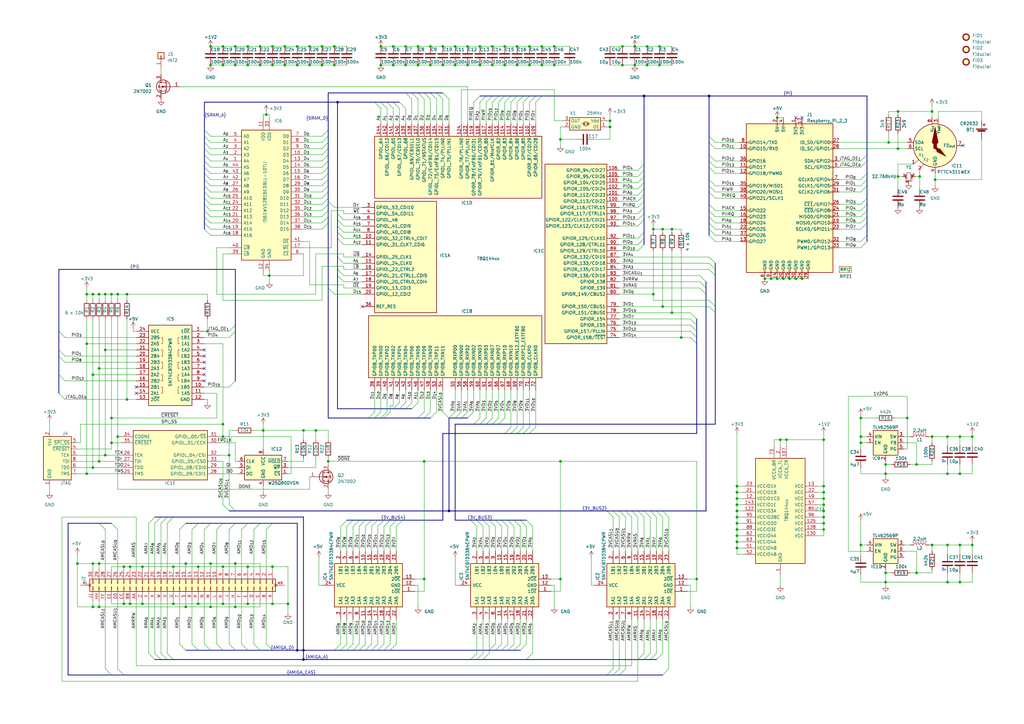
<source format=kicad_sch>
(kicad_sch (version 20230121) (generator eeschema)
  (paper "A3")
  (title_block (title "A314-1000") (date "2023-04-30") (rev "1a") (company "M.Rönndahl / N.Ekström"))
  (bus_alias "AMIGA_A" (members "AMA_{[0..16]}"))
  (bus_alias "PI" (members "PIA_{[0..3]}" "PID_{[0..15]}" "PIACK" "PIIRQ" "PIWR" "PIREQ" "JTAG_OE_{[0..1]}"))
  (bus_alias "SRAM_A" (members "A_{[0..16]}"))
  (bus_alias "3V_BUS4" (members "3VD_{[6..15]}"))
  (bus_alias "3V_BUS3" (members "3VD_{[0..5]}" "3VA_{[2..5]}"))
  (bus_alias "SRAM_D" (members "D_{[0..15]}"))
  (bus_alias "AMIGA_CAS" (members "AMCASL_{[0..1]}" "AMCASU_{[0..1]}"))
  (bus_alias "PI_D" (members "PID_{[0..15]}"))
  (bus_alias "PI_A" (members "PIA_{[0..3]}"))
  (bus_alias "AMIGA_D" (members "AMD_{[0..15]}"))
  (bus_alias "DRAM" (members "DRD_{[0..15]}" "DRA_{[0..16]}" "DRCASL_{[0..1]}" "DRCASU_{[0..1]}" "DRRAS" "DRRRW"))
  (bus_alias "3V_BUS2" (members "3VA_{[0..1]}" "3VA_{[6..7]}" "3VCASU_{[0..1]}" "3VCASL_{[0..1]}" "3VRRW" "3VRAS"))
  (junction (at 267.97 120.65))
  (junction (at 40.64 120.65))
  (junction (at 93.98 186.69))
  (junction (at 279.4 138.43))
  (junction (at 337.82 212.09))
  (junction (at 337.82 214.63))
  (junction (at 302.26 224.79))
  (junction (at 353.06 181.61))
  (junction (at 393.7 238.76))
  (junction (at 388.62 223.52))
  (junction (at 76.2 248.92))
  (junction (at 86.36 26.67))
  (junction (at 250.19 49.53))
  (junction (at 372.11 171.45))
  (junction (at 382.27 179.07))
  (junction (at 138.43 41.91))
  (junction (at 166.37 19.05))
  (junction (at 38.1 153.67))
  (junction (at 212.09 19.05))
  (junction (at 302.26 214.63))
  (junction (at 377.19 72.39))
  (junction (at 40.64 248.92))
  (junction (at 96.52 231.14))
  (junction (at 52.07 163.83))
  (junction (at 127 26.67))
  (junction (at 45.72 171.45))
  (junction (at 96.52 248.92))
  (junction (at 271.78 125.73))
  (junction (at 85.09 135.89))
  (junction (at 184.15 209.55))
  (junction (at 124.46 176.53))
  (junction (at 320.04 180.34))
  (junction (at 38.1 191.77))
  (junction (at 326.39 114.3))
  (junction (at 316.23 114.3))
  (junction (at 173.99 189.23))
  (junction (at 132.08 26.67))
  (junction (at 275.59 128.27))
  (junction (at 121.92 266.7))
  (junction (at 181.61 19.05))
  (junction (at 398.78 223.52))
  (junction (at 91.44 26.67))
  (junction (at 368.3 72.39))
  (junction (at 337.82 209.55))
  (junction (at 302.26 212.09))
  (junction (at 375.92 234.95))
  (junction (at 337.82 207.01))
  (junction (at 201.93 26.67))
  (junction (at 217.17 26.67))
  (junction (at 43.18 143.51))
  (junction (at 383.54 73.66))
  (junction (at 48.26 120.65))
  (junction (at 38.1 120.65))
  (junction (at 111.76 232.41))
  (junction (at 86.36 231.14))
  (junction (at 121.92 26.67))
  (junction (at 255.27 19.05))
  (junction (at 227.33 26.67))
  (junction (at 106.68 26.67))
  (junction (at 222.25 26.67))
  (junction (at 107.95 176.53))
  (junction (at 323.85 114.3))
  (junction (at 111.76 19.05))
  (junction (at 91.44 247.65))
  (junction (at 368.3 60.96))
  (junction (at 101.6 247.65))
  (junction (at 388.62 194.31))
  (junction (at 285.75 237.49))
  (junction (at 137.16 26.67))
  (junction (at 260.35 19.05))
  (junction (at 91.44 179.07))
  (junction (at 173.99 237.49))
  (junction (at 101.6 26.67))
  (junction (at 290.83 39.37))
  (junction (at 337.82 180.34))
  (junction (at 265.43 26.67))
  (junction (at 368.3 45.72))
  (junction (at 302.26 209.55))
  (junction (at 50.8 247.65))
  (junction (at 166.37 26.67))
  (junction (at 118.11 247.65))
  (junction (at 318.77 114.3))
  (junction (at 71.12 247.65))
  (junction (at 171.45 26.67))
  (junction (at 31.75 231.14))
  (junction (at 110.49 113.03))
  (junction (at 181.61 26.67))
  (junction (at 53.34 232.41))
  (junction (at 328.93 114.3))
  (junction (at 40.64 231.14))
  (junction (at 264.16 39.37))
  (junction (at 353.06 223.52))
  (junction (at 124.46 266.7))
  (junction (at 388.62 179.07))
  (junction (at 106.68 19.05))
  (junction (at 137.16 19.05))
  (junction (at 91.44 232.41))
  (junction (at 71.12 232.41))
  (junction (at 48.26 179.07))
  (junction (at 302.26 217.17))
  (junction (at 58.42 247.65))
  (junction (at 313.69 114.3))
  (junction (at 207.01 19.05))
  (junction (at 176.53 19.05))
  (junction (at 76.2 231.14))
  (junction (at 353.06 179.07))
  (junction (at 53.34 247.65))
  (junction (at 176.53 26.67))
  (junction (at 322.58 180.34))
  (junction (at 260.35 26.67))
  (junction (at 212.09 26.67))
  (junction (at 58.42 232.41))
  (junction (at 45.72 181.61))
  (junction (at 161.29 19.05))
  (junction (at 222.25 19.05))
  (junction (at 255.27 26.67))
  (junction (at 116.84 26.67))
  (junction (at 271.78 93.98))
  (junction (at 363.22 190.5))
  (junction (at 35.56 120.65))
  (junction (at 337.82 199.39))
  (junction (at 229.87 237.49))
  (junction (at 134.62 189.23))
  (junction (at 364.49 58.42))
  (junction (at 124.46 270.51))
  (junction (at 321.31 114.3))
  (junction (at 363.22 234.95))
  (junction (at 398.78 179.07))
  (junction (at 388.62 238.76))
  (junction (at 196.85 26.67))
  (junction (at 132.08 19.05))
  (junction (at 265.43 19.05))
  (junction (at 267.97 93.98))
  (junction (at 38.1 248.92))
  (junction (at 229.87 189.23))
  (junction (at 50.8 232.41))
  (junction (at 111.76 247.65))
  (junction (at 393.7 194.31))
  (junction (at 171.45 19.05))
  (junction (at 302.26 199.39))
  (junction (at 109.22 46.99))
  (junction (at 191.77 26.67))
  (junction (at 186.69 19.05))
  (junction (at 129.54 176.53))
  (junction (at 101.6 19.05))
  (junction (at 121.92 19.05))
  (junction (at 127 19.05))
  (junction (at 191.77 19.05))
  (junction (at 43.18 120.65))
  (junction (at 363.22 194.31))
  (junction (at 207.01 26.67))
  (junction (at 81.28 232.41))
  (junction (at 250.19 52.07))
  (junction (at 38.1 231.14))
  (junction (at 375.92 190.5))
  (junction (at 40.64 189.23))
  (junction (at 111.76 26.67))
  (junction (at 81.28 247.65))
  (junction (at 363.22 238.76))
  (junction (at 302.26 207.01))
  (junction (at 86.36 19.05))
  (junction (at 201.93 19.05))
  (junction (at 86.36 248.92))
  (junction (at 337.82 217.17))
  (junction (at 35.56 194.31))
  (junction (at 393.7 223.52))
  (junction (at 35.56 140.97))
  (junction (at 382.27 223.52))
  (junction (at 101.6 232.41))
  (junction (at 227.33 19.05))
  (junction (at 275.59 93.98))
  (junction (at 229.87 57.15))
  (junction (at 382.27 45.72))
  (junction (at 91.44 19.05))
  (junction (at 96.52 26.67))
  (junction (at 156.21 19.05))
  (junction (at 96.52 19.05))
  (junction (at 302.26 201.93))
  (junction (at 393.7 179.07))
  (junction (at 302.26 222.25))
  (junction (at 43.18 186.69))
  (junction (at 353.06 171.45))
  (junction (at 302.26 219.71))
  (junction (at 91.44 173.99))
  (junction (at 217.17 19.05))
  (junction (at 337.82 204.47))
  (junction (at 40.64 151.13))
  (junction (at 196.85 19.05))
  (junction (at 302.26 204.47))
  (junction (at 45.72 120.65))
  (junction (at 186.69 26.67))
  (junction (at 52.07 120.65))
  (junction (at 318.77 48.26))
  (junction (at 116.84 19.05))
  (junction (at 156.21 26.67))
  (junction (at 161.29 26.67))
  (junction (at 270.51 19.05))
  (junction (at 270.51 26.67))
  (junction (at 337.82 201.93))
  (no_connect (at 326.39 48.26))
  (no_connect (at 394.97 59.69))
  (no_connect (at 83.82 148.59))
  (no_connect (at 83.82 151.13))
  (no_connect (at 148.59 125.73))
  (no_connect (at 83.82 156.21))
  (no_connect (at 328.93 48.26))
  (no_connect (at 83.82 153.67))
  (no_connect (at 55.88 158.75))
  (no_connect (at 55.88 161.29))
  (no_connect (at 83.82 143.51))
  (no_connect (at 83.82 146.05))
  (bus_entry (at 199.39 39.37) (size -2.54 2.54))
  (bus_entry (at 290.83 86.36) (size 2.54 2.54))
  (bus_entry (at 81.28 214.63) (size -2.54 2.54))
  (bus_entry (at 208.28 266.7) (size 2.54 -2.54))
  (bus_entry (at 199.39 173.99) (size 2.54 -2.54))
  (bus_entry (at 210.82 213.36) (size 2.54 2.54))
  (bus_entry (at 83.82 76.2) (size 2.54 2.54))
  (bus_entry (at 134.62 88.9) (size -2.54 2.54))
  (bus_entry (at 134.62 66.04) (size -2.54 2.54))
  (bus_entry (at 193.04 270.51) (size 2.54 -2.54))
  (bus_entry (at 181.61 38.1) (size 2.54 2.54))
  (bus_entry (at 168.91 38.1) (size 2.54 2.54))
  (bus_entry (at 134.62 91.44) (size -2.54 2.54))
  (bus_entry (at 158.75 41.91) (size 2.54 2.54))
  (bus_entry (at 264.16 270.51) (size 2.54 -2.54))
  (bus_entry (at 355.6 88.9) (size -2.54 2.54))
  (bus_entry (at 166.37 167.64) (size 2.54 -2.54))
  (bus_entry (at 205.74 213.36) (size 2.54 2.54))
  (bus_entry (at 138.43 90.17) (size 2.54 2.54))
  (bus_entry (at 205.74 266.7) (size 2.54 -2.54))
  (bus_entry (at 166.37 38.1) (size 2.54 2.54))
  (bus_entry (at 106.68 266.7) (size -2.54 -2.54))
  (bus_entry (at 264.16 97.79) (size -2.54 2.54))
  (bus_entry (at 285.75 133.35) (size -2.54 -2.54))
  (bus_entry (at 269.24 270.51) (size 2.54 -2.54))
  (bus_entry (at 248.92 209.55) (size 2.54 2.54))
  (bus_entry (at 201.93 39.37) (size -2.54 2.54))
  (bus_entry (at 212.09 177.8) (size 2.54 -2.54))
  (bus_entry (at 165.1 213.36) (size -2.54 2.54))
  (bus_entry (at 198.12 213.36) (size 2.54 2.54))
  (bus_entry (at 222.25 39.37) (size -2.54 2.54))
  (bus_entry (at 355.6 76.2) (size -2.54 2.54))
  (bus_entry (at 173.99 171.45) (size 2.54 -2.54))
  (bus_entry (at 160.02 213.36) (size -2.54 2.54))
  (bus_entry (at 217.17 177.8) (size 2.54 -2.54))
  (bus_entry (at 193.04 213.36) (size 2.54 2.54))
  (bus_entry (at 149.86 213.36) (size -2.54 2.54))
  (bus_entry (at 194.31 173.99) (size 2.54 -2.54))
  (bus_entry (at 83.82 66.04) (size 2.54 2.54))
  (bus_entry (at 213.36 213.36) (size 2.54 2.54))
  (bus_entry (at 204.47 173.99) (size 2.54 -2.54))
  (bus_entry (at 269.24 209.55) (size 2.54 2.54))
  (bus_entry (at 111.76 214.63) (size -2.54 2.54))
  (bus_entry (at 45.72 276.86) (size -2.54 -2.54))
  (bus_entry (at 215.9 213.36) (size 2.54 2.54))
  (bus_entry (at 184.15 171.45) (size -2.54 -2.54))
  (bus_entry (at 355.6 86.36) (size -2.54 2.54))
  (bus_entry (at 24.13 143.51) (size 2.54 2.54))
  (bus_entry (at 261.62 209.55) (size 2.54 2.54))
  (bus_entry (at 24.13 161.29) (size 2.54 2.54))
  (bus_entry (at 264.16 80.01) (size -2.54 2.54))
  (bus_entry (at 184.15 171.45) (size 2.54 -2.54))
  (bus_entry (at 40.64 214.63) (size 2.54 2.54))
  (bus_entry (at 138.43 92.71) (size 2.54 2.54))
  (bus_entry (at 264.16 87.63) (size -2.54 2.54))
  (bus_entry (at 83.82 63.5) (size 2.54 2.54))
  (bus_entry (at 163.83 167.64) (size 2.54 -2.54))
  (bus_entry (at 293.37 128.27) (size -2.54 -2.54))
  (bus_entry (at 96.52 135.89) (size -2.54 2.54))
  (bus_entry (at 147.32 266.7) (size 2.54 -2.54))
  (bus_entry (at 259.08 209.55) (size 2.54 2.54))
  (bus_entry (at 153.67 41.91) (size 2.54 2.54))
  (bus_entry (at 83.82 71.12) (size 2.54 2.54))
  (bus_entry (at 154.94 266.7) (size 2.54 -2.54))
  (bus_entry (at 134.62 83.82) (size -2.54 2.54))
  (bus_entry (at 86.36 214.63) (size -2.54 2.54))
  (bus_entry (at 160.02 266.7) (size 2.54 -2.54))
  (bus_entry (at 149.86 266.7) (size 2.54 -2.54))
  (bus_entry (at 71.12 212.09) (size -2.54 2.54))
  (bus_entry (at 355.6 66.04) (size -2.54 2.54))
  (bus_entry (at 83.82 58.42) (size 2.54 2.54))
  (bus_entry (at 66.04 270.51) (size -2.54 -2.54))
  (bus_entry (at 111.76 266.7) (size -2.54 -2.54))
  (bus_entry (at 134.62 71.12) (size -2.54 2.54))
  (bus_entry (at 101.6 214.63) (size -2.54 2.54))
  (bus_entry (at 264.16 77.47) (size -2.54 2.54))
  (bus_entry (at 264.16 100.33) (size -2.54 2.54))
  (bus_entry (at 179.07 38.1) (size 2.54 2.54))
  (bus_entry (at 81.28 266.7) (size -2.54 -2.54))
  (bus_entry (at 134.62 82.55) (size 2.54 2.54))
  (bus_entry (at 83.82 83.82) (size 2.54 2.54))
  (bus_entry (at 254 209.55) (size 2.54 2.54))
  (bus_entry (at 195.58 270.51) (size 2.54 -2.54))
  (bus_entry (at 290.83 66.04) (size 2.54 2.54))
  (bus_entry (at 290.83 73.66) (size 2.54 2.54))
  (bus_entry (at 290.83 93.98) (size 2.54 2.54))
  (bus_entry (at 68.58 270.51) (size -2.54 -2.54))
  (bus_entry (at 156.21 41.91) (size 2.54 2.54))
  (bus_entry (at 266.7 209.55) (size 2.54 2.54))
  (bus_entry (at 66.04 212.09) (size -2.54 2.54))
  (bus_entry (at 264.16 74.93) (size -2.54 2.54))
  (bus_entry (at 91.44 266.7) (size -2.54 -2.54))
  (bus_entry (at 264.16 95.25) (size -2.54 2.54))
  (bus_entry (at 138.43 113.03) (size 2.54 2.54))
  (bus_entry (at 256.54 209.55) (size 2.54 2.54))
  (bus_entry (at 290.83 83.82) (size 2.54 2.54))
  (bus_entry (at 290.83 88.9) (size 2.54 2.54))
  (bus_entry (at 134.62 78.74) (size -2.54 2.54))
  (bus_entry (at 134.62 76.2) (size -2.54 2.54))
  (bus_entry (at 138.43 97.79) (size 2.54 2.54))
  (bus_entry (at 290.83 96.52) (size 2.54 2.54))
  (bus_entry (at 154.94 213.36) (size -2.54 2.54))
  (bus_entry (at 86.36 266.7) (size -2.54 -2.54))
  (bus_entry (at 198.12 270.51) (size 2.54 -2.54))
  (bus_entry (at 203.2 213.36) (size 2.54 2.54))
  (bus_entry (at 209.55 39.37) (size -2.54 2.54))
  (bus_entry (at 144.78 213.36) (size -2.54 2.54))
  (bus_entry (at 176.53 38.1) (size 2.54 2.54))
  (bus_entry (at 168.91 167.64) (size 2.54 -2.54))
  (bus_entry (at 171.45 171.45) (size 2.54 -2.54))
  (bus_entry (at 196.85 173.99) (size 2.54 -2.54))
  (bus_entry (at 83.82 81.28) (size 2.54 2.54))
  (bus_entry (at 186.69 171.45) (size 2.54 -2.54))
  (bus_entry (at 254 276.86) (size 2.54 -2.54))
  (bus_entry (at 83.82 73.66) (size 2.54 2.54))
  (bus_entry (at 63.5 270.51) (size -2.54 -2.54))
  (bus_entry (at 264.16 67.31) (size -2.54 2.54))
  (bus_entry (at 285.75 138.43) (size -2.54 -2.54))
  (bus_entry (at 217.17 39.37) (size -2.54 2.54))
  (bus_entry (at 96.52 214.63) (size -2.54 2.54))
  (bus_entry (at 219.71 39.37) (size -2.54 2.54))
  (bus_entry (at 68.58 212.09) (size -2.54 2.54))
  (bus_entry (at 171.45 38.1) (size 2.54 2.54))
  (bus_entry (at 153.67 171.45) (size 2.54 -2.54))
  (bus_entry (at 83.82 55.88) (size 2.54 2.54))
  (bus_entry (at 195.58 213.36) (size 2.54 2.54))
  (bus_entry (at 138.43 110.49) (size 2.54 2.54))
  (bus_entry (at 96.52 209.55) (size -2.54 -2.54))
  (bus_entry (at 152.4 266.7) (size 2.54 -2.54))
  (bus_entry (at 290.83 55.88) (size 2.54 2.54))
  (bus_entry (at 355.6 99.06) (size -2.54 2.54))
  (bus_entry (at 271.78 276.86) (size 2.54 -2.54))
  (bus_entry (at 134.62 81.28) (size -2.54 2.54))
  (bus_entry (at 264.16 72.39) (size -2.54 2.54))
  (bus_entry (at 134.62 63.5) (size -2.54 2.54))
  (bus_entry (at 157.48 171.45) (size 2.54 -2.54))
  (bus_entry (at 200.66 213.36) (size 2.54 2.54))
  (bus_entry (at 285.75 130.81) (size -2.54 -2.54))
  (bus_entry (at 264.16 209.55) (size 2.54 2.54))
  (bus_entry (at 285.75 140.97) (size -2.54 -2.54))
  (bus_entry (at 76.2 266.7) (size -2.54 -2.54))
  (bus_entry (at 289.56 115.57) (size -2.54 -2.54))
  (bus_entry (at 83.82 78.74) (size 2.54 2.54))
  (bus_entry (at 142.24 213.36) (size -2.54 2.54))
  (bus_entry (at 355.6 96.52) (size -2.54 2.54))
  (bus_entry (at 163.83 41.91) (size 2.54 2.54))
  (bus_entry (at 83.82 60.96) (size 2.54 2.54))
  (bus_entry (at 138.43 95.25) (size 2.54 2.54))
  (bus_entry (at 134.62 55.88) (size -2.54 2.54))
  (bus_entry (at 134.62 68.58) (size -2.54 2.54))
  (bus_entry (at 271.78 209.55) (size 2.54 2.54))
  (bus_entry (at 289.56 118.11) (size -2.54 -2.54))
  (bus_entry (at 24.13 146.05) (size 2.54 2.54))
  (bus_entry (at 83.82 53.34) (size 2.54 2.54))
  (bus_entry (at 251.46 209.55) (size 2.54 2.54))
  (bus_entry (at 251.46 276.86) (size 2.54 -2.54))
  (bus_entry (at 209.55 177.8) (size 2.54 -2.54))
  (bus_entry (at 83.82 88.9) (size 2.54 2.54))
  (bus_entry (at 161.29 41.91) (size 2.54 2.54))
  (bus_entry (at 200.66 266.7) (size 2.54 -2.54))
  (bus_entry (at 83.82 91.44) (size 2.54 2.54))
  (bus_entry (at 208.28 213.36) (size 2.54 2.54))
  (bus_entry (at 106.68 214.63) (size -2.54 2.54))
  (bus_entry (at 196.85 39.37) (size -2.54 2.54))
  (bus_entry (at 264.16 90.17) (size -2.54 2.54))
  (bus_entry (at 134.62 86.36) (size -2.54 2.54))
  (bus_entry (at 215.9 270.51) (size 2.54 -2.54))
  (bus_entry (at 266.7 270.51) (size 2.54 -2.54))
  (bus_entry (at 213.36 266.7) (size 2.54 -2.54))
  (bus_entry (at 91.44 214.63) (size -2.54 2.54))
  (bus_entry (at 290.83 63.5) (size 2.54 2.54))
  (bus_entry (at 201.93 173.99) (size 2.54 -2.54))
  (bus_entry (at 290.83 58.42) (size 2.54 2.54))
  (bus_entry (at 293.37 113.03) (size -2.54 -2.54))
  (bus_entry (at 290.83 78.74) (size 2.54 2.54))
  (bus_entry (at 83.82 68.58) (size 2.54 2.54))
  (bus_entry (at 161.29 167.64) (size 2.54 -2.54))
  (bus_entry (at 290.83 91.44) (size 2.54 2.54))
  (bus_entry (at 63.5 212.09) (size -2.54 2.54))
  (bus_entry (at 96.52 266.7) (size -2.54 -2.54))
  (bus_entry (at 212.09 39.37) (size -2.54 2.54))
  (bus_entry (at 355.6 71.12) (size -2.54 2.54))
  (bus_entry (at 355.6 91.44) (size -2.54 2.54))
  (bus_entry (at 207.01 39.37) (size -2.54 2.54))
  (bus_entry (at 134.62 60.96) (size -2.54 2.54))
  (bus_entry (at 93.98 209.55) (size -2.54 -2.54))
  (bus_entry (at 290.83 68.58) (size 2.54 2.54))
  (bus_entry (at 139.7 266.7) (size 2.54 -2.54))
  (bus_entry (at 264.16 69.85) (size -2.54 2.54))
  (bus_entry (at 83.82 93.98) (size 2.54 2.54))
  (bus_entry (at 355.6 81.28) (size -2.54 2.54))
  (bus_entry (at 264.16 85.09) (size -2.54 2.54))
  (bus_entry (at 214.63 177.8) (size 2.54 -2.54))
  (bus_entry (at 137.16 266.7) (size 2.54 -2.54))
  (bus_entry (at 156.21 171.45) (size 2.54 -2.54))
  (bus_entry (at 162.56 213.36) (size -2.54 2.54))
  (bus_entry (at 138.43 87.63) (size 2.54 2.54))
  (bus_entry (at 142.24 266.7) (size 2.54 -2.54))
  (bus_entry (at 210.82 266.7) (size 2.54 -2.54))
  (bus_entry (at 71.12 270.51) (size -2.54 -2.54))
  (bus_entry (at 134.62 53.34) (size -2.54 2.54))
  (bus_entry (at 134.62 58.42) (size -2.54 2.54))
  (bus_entry (at 204.47 39.37) (size -2.54 2.54))
  (bus_entry (at 189.23 171.45) (size 2.54 -2.54))
  (bus_entry (at 83.82 86.36) (size 2.54 2.54))
  (bus_entry (at 101.6 266.7) (size -2.54 -2.54))
  (bus_entry (at 147.32 213.36) (size -2.54 2.54))
  (bus_entry (at 248.92 276.86) (size 2.54 -2.54))
  (bus_entry (at 96.52 156.21) (size -2.54 2.54))
  (bus_entry (at 261.62 270.51) (size 2.54 -2.54))
  (bus_entry (at 134.62 73.66) (size -2.54 2.54))
  (bus_entry (at 355.6 73.66) (size -2.54 2.54))
  (bus_entry (at 355.6 83.82) (size -2.54 2.54))
  (bus_entry (at 293.37 110.49) (size -2.54 -2.54))
  (bus_entry (at 289.56 120.65) (size -2.54 -2.54))
  (bus_entry (at 134.62 118.11) (size 2.54 2.54))
  (bus_entry (at 214.63 39.37) (size -2.54 2.54))
  (bus_entry (at 48.26 274.32) (size 2.54 2.54))
  (bus_entry (at 285.75 135.89) (size -2.54 -2.54))
  (bus_entry (at 293.37 125.73) (size -2.54 -2.54))
  (bus_entry (at 355.6 63.5) (size -2.54 2.54))
  (bus_entry (at 157.48 266.7) (size 2.54 -2.54))
  (bus_entry (at 152.4 213.36) (size -2.54 2.54))
  (bus_entry (at 176.53 171.45) (size 2.54 -2.54))
  (bus_entry (at 76.2 214.63) (size -2.54 2.54))
  (bus_entry (at 151.13 171.45) (size 2.54 -2.54))
  (bus_entry (at 207.01 177.8) (size 2.54 -2.54))
  (bus_entry (at 264.16 82.55) (size -2.54 2.54))
  (bus_entry (at 290.83 76.2) (size 2.54 2.54))
  (bus_entry (at 144.78 266.7) (size 2.54 -2.54))
  (bus_entry (at 293.37 107.95) (size -2.54 -2.54))
  (bus_entry (at 138.43 105.41) (size 2.54 2.54))
  (bus_entry (at 24.13 135.89) (size 2.54 2.54))
  (bus_entry (at 96.52 133.35) (size -2.54 2.54))
  (bus_entry (at 157.48 213.36) (size -2.54 2.54))
  (bus_entry (at 191.77 171.45) (size 2.54 -2.54))
  (bus_entry (at 24.13 153.67) (size 2.54 2.54))
  (bus_entry (at 45.72 214.63) (size 2.54 2.54))
  (bus_entry (at 173.99 38.1) (size 2.54 2.54))
  (bus_entry (at 203.2 266.7) (size 2.54 -2.54))
  (wire (pts (xy 205.74 264.16) (xy 205.74 254)))
  (wire (pts (xy 375.92 234.95) (xy 382.27 234.95)))
  (wire (pts (xy 337.82 209.55) (xy 337.82 207.01)))
  (wire (pts (xy 68.58 233.68) (xy 68.58 214.63)))
  (bus (pts (xy 166.37 167.64) (xy 168.91 167.64)))
  (wire (pts (xy 139.7 264.16) (xy 139.7 254)))
  (wire (pts (xy 261.62 279.4) (xy 261.62 270.51)))
  (wire (pts (xy 45.72 120.65) (xy 48.26 120.65)))
  (wire (pts (xy 370.84 179.07) (xy 373.38 179.07)))
  (bus (pts (xy 355.6 73.66) (xy 355.6 71.12)))
  (wire (pts (xy 269.24 267.97) (xy 269.24 254)))
  (wire (pts (xy 269.24 212.09) (xy 269.24 226.06)))
  (wire (pts (xy 135.89 86.36) (xy 135.89 101.6)))
  (wire (pts (xy 58.42 232.41) (xy 58.42 233.68)))
  (wire (pts (xy 147.32 215.9) (xy 147.32 226.06)))
  (wire (pts (xy 368.3 54.61) (xy 368.3 60.96)))
  (wire (pts (xy 162.56 215.9) (xy 162.56 226.06)))
  (wire (pts (xy 124.46 189.23) (xy 124.46 187.96)))
  (bus (pts (xy 96.52 135.89) (xy 96.52 156.21)))
  (wire (pts (xy 31.75 184.15) (xy 45.72 184.15)))
  (wire (pts (xy 71.12 247.65) (xy 81.28 247.65)))
  (bus (pts (xy 134.62 38.1) (xy 166.37 38.1)))
  (wire (pts (xy 302.26 204.47) (xy 304.8 204.47)))
  (bus (pts (xy 251.46 209.55) (xy 248.92 209.55)))
  (wire (pts (xy 43.18 143.51) (xy 43.18 186.69)))
  (wire (pts (xy 186.69 228.6) (xy 186.69 240.03)))
  (bus (pts (xy 81.28 214.63) (xy 86.36 214.63)))
  (wire (pts (xy 31.75 248.92) (xy 38.1 248.92)))
  (bus (pts (xy 149.86 213.36) (xy 152.4 213.36)))
  (bus (pts (xy 271.78 276.86) (xy 254 276.86)))
  (wire (pts (xy 134.62 180.34) (xy 134.62 176.53)))
  (wire (pts (xy 215.9 264.16) (xy 215.9 254)))
  (wire (pts (xy 227.33 240.03) (xy 227.33 248.92)))
  (wire (pts (xy 45.72 247.65) (xy 45.72 246.38)))
  (wire (pts (xy 168.91 160.02) (xy 168.91 165.1)))
  (wire (pts (xy 161.29 26.67) (xy 166.37 26.67)))
  (wire (pts (xy 382.27 233.68) (xy 382.27 234.95)))
  (wire (pts (xy 43.18 274.32) (xy 43.18 246.38)))
  (bus (pts (xy 83.82 91.44) (xy 83.82 88.9)))
  (wire (pts (xy 208.28 215.9) (xy 208.28 226.06)))
  (wire (pts (xy 58.42 247.65) (xy 58.42 246.38)))
  (bus (pts (xy 96.52 209.55) (xy 184.15 209.55)))
  (wire (pts (xy 293.37 76.2) (xy 303.53 76.2)))
  (bus (pts (xy 153.67 171.45) (xy 156.21 171.45)))
  (wire (pts (xy 363.22 233.68) (xy 363.22 234.95)))
  (wire (pts (xy 302.26 227.33) (xy 304.8 227.33)))
  (wire (pts (xy 26.67 163.83) (xy 52.07 163.83)))
  (wire (pts (xy 222.25 19.05) (xy 227.33 19.05)))
  (bus (pts (xy 217.17 39.37) (xy 219.71 39.37)))
  (bus (pts (xy 266.7 270.51) (xy 269.24 270.51)))
  (wire (pts (xy 60.96 267.97) (xy 60.96 246.38)))
  (bus (pts (xy 355.6 99.06) (xy 355.6 96.52)))
  (wire (pts (xy 124.46 83.82) (xy 132.08 83.82)))
  (wire (pts (xy 156.21 19.05) (xy 161.29 19.05)))
  (wire (pts (xy 254 77.47) (xy 261.62 77.47)))
  (wire (pts (xy 227.33 36.83) (xy 227.33 49.53)))
  (wire (pts (xy 254 72.39) (xy 261.62 72.39)))
  (wire (pts (xy 132.08 123.19) (xy 91.44 123.19)))
  (wire (pts (xy 55.88 273.05) (xy 55.88 246.38)))
  (wire (pts (xy 260.35 26.67) (xy 265.43 26.67)))
  (wire (pts (xy 377.19 69.85) (xy 377.19 72.39)))
  (wire (pts (xy 160.02 215.9) (xy 160.02 226.06)))
  (wire (pts (xy 373.38 234.95) (xy 375.92 234.95)))
  (wire (pts (xy 382.27 179.07) (xy 388.62 179.07)))
  (wire (pts (xy 353.06 194.31) (xy 363.22 194.31)))
  (wire (pts (xy 248.92 52.07) (xy 250.19 52.07)))
  (wire (pts (xy 236.22 57.15) (xy 229.87 57.15)))
  (wire (pts (xy 110.49 113.03) (xy 110.49 115.57)))
  (wire (pts (xy 254 130.81) (xy 283.21 130.81)))
  (wire (pts (xy 134.62 176.53) (xy 129.54 176.53)))
  (bus (pts (xy 285.75 130.81) (xy 285.75 133.35)))
  (bus (pts (xy 173.99 171.45) (xy 176.53 171.45)))
  (wire (pts (xy 158.75 44.45) (xy 158.75 50.8)))
  (wire (pts (xy 148.59 105.41) (xy 140.97 105.41)))
  (wire (pts (xy 368.3 72.39) (xy 370.205 72.39)))
  (wire (pts (xy 271.78 125.73) (xy 290.83 125.73)))
  (bus (pts (xy 355.6 76.2) (xy 355.6 73.66)))
  (wire (pts (xy 101.6 232.41) (xy 111.76 232.41)))
  (wire (pts (xy 321.31 114.3) (xy 323.85 114.3)))
  (wire (pts (xy 302.26 199.39) (xy 304.8 199.39)))
  (wire (pts (xy 337.82 212.09) (xy 337.82 209.55)))
  (wire (pts (xy 283.21 240.03) (xy 283.21 248.92)))
  (wire (pts (xy 254 110.49) (xy 290.83 110.49)))
  (wire (pts (xy 388.62 179.07) (xy 388.62 182.88)))
  (wire (pts (xy 38.1 153.67) (xy 38.1 130.81)))
  (bus (pts (xy 134.62 78.74) (xy 134.62 76.2)))
  (bus (pts (xy 264.16 67.31) (xy 264.16 69.85)))
  (bus (pts (xy 138.43 110.49) (xy 138.43 113.03)))
  (wire (pts (xy 274.32 274.32) (xy 274.32 254)))
  (wire (pts (xy 124.46 63.5) (xy 132.08 63.5)))
  (wire (pts (xy 377.19 72.39) (xy 377.19 77.47)))
  (wire (pts (xy 184.15 40.64) (xy 184.15 50.8)))
  (wire (pts (xy 83.82 138.43) (xy 93.98 138.43)))
  (bus (pts (xy 161.29 41.91) (xy 163.83 41.91)))
  (wire (pts (xy 147.32 264.16) (xy 147.32 254)))
  (bus (pts (xy 138.43 90.17) (xy 138.43 92.71)))
  (wire (pts (xy 45.72 171.45) (xy 45.72 181.61)))
  (wire (pts (xy 93.98 207.01) (xy 93.98 186.69)))
  (wire (pts (xy 140.97 115.57) (xy 148.59 115.57)))
  (wire (pts (xy 156.21 44.45) (xy 156.21 50.8)))
  (wire (pts (xy 91.44 26.67) (xy 96.52 26.67)))
  (wire (pts (xy 285.75 189.23) (xy 285.75 237.49)))
  (bus (pts (xy 179.07 38.1) (xy 181.61 38.1)))
  (wire (pts (xy 398.78 222.25) (xy 398.78 223.52)))
  (wire (pts (xy 382.27 223.52) (xy 388.62 223.52)))
  (bus (pts (xy 214.63 39.37) (xy 217.17 39.37)))
  (wire (pts (xy 45.72 247.65) (xy 50.8 247.65)))
  (wire (pts (xy 302.26 224.79) (xy 304.8 224.79)))
  (wire (pts (xy 372.11 184.15) (xy 370.84 184.15)))
  (bus (pts (xy 134.62 66.04) (xy 134.62 63.5)))
  (bus (pts (xy 134.62 55.88) (xy 134.62 53.34)))
  (bus (pts (xy 50.8 276.86) (xy 45.72 276.86)))
  (wire (pts (xy 201.93 41.91) (xy 201.93 50.8)))
  (wire (pts (xy 52.07 130.81) (xy 52.07 163.83)))
  (bus (pts (xy 83.82 41.91) (xy 138.43 41.91)))
  (wire (pts (xy 393.7 179.07) (xy 393.7 182.88)))
  (wire (pts (xy 204.47 160.02) (xy 204.47 171.45)))
  (wire (pts (xy 393.7 190.5) (xy 393.7 194.31)))
  (bus (pts (xy 68.58 270.51) (xy 71.12 270.51)))
  (wire (pts (xy 227.33 49.53) (xy 231.14 49.53)))
  (wire (pts (xy 38.1 153.67) (xy 38.1 191.77)))
  (wire (pts (xy 140.97 90.17) (xy 148.59 90.17)))
  (wire (pts (xy 196.85 41.91) (xy 196.85 50.8)))
  (wire (pts (xy 210.82 215.9) (xy 210.82 226.06)))
  (wire (pts (xy 40.64 246.38) (xy 40.64 248.92)))
  (bus (pts (xy 134.62 83.82) (xy 134.62 82.55)))
  (wire (pts (xy 66.04 27.94) (xy 66.04 30.48)))
  (wire (pts (xy 209.55 41.91) (xy 209.55 50.8)))
  (wire (pts (xy 393.7 238.76) (xy 388.62 238.76)))
  (wire (pts (xy 106.68 231.14) (xy 106.68 233.68)))
  (wire (pts (xy 31.75 231.14) (xy 38.1 231.14)))
  (wire (pts (xy 275.59 102.87) (xy 275.59 128.27)))
  (wire (pts (xy 255.27 26.67) (xy 260.35 26.67)))
  (wire (pts (xy 261.62 270.51) (xy 261.62 254)))
  (wire (pts (xy 40.64 120.65) (xy 43.18 120.65)))
  (wire (pts (xy 251.46 212.09) (xy 251.46 226.06)))
  (wire (pts (xy 83.82 161.29) (xy 88.9 161.29)))
  (wire (pts (xy 218.44 215.9) (xy 218.44 226.06)))
  (wire (pts (xy 364.49 54.61) (xy 364.49 58.42)))
  (bus (pts (xy 134.62 38.1) (xy 134.62 53.34)))
  (bus (pts (xy 207.01 177.8) (xy 209.55 177.8)))
  (wire (pts (xy 176.53 40.64) (xy 176.53 50.8)))
  (wire (pts (xy 281.94 240.03) (xy 283.21 240.03)))
  (wire (pts (xy 40.64 151.13) (xy 40.64 130.81)))
  (wire (pts (xy 318.77 114.3) (xy 321.31 114.3)))
  (bus (pts (xy 76.2 214.63) (xy 81.28 214.63)))
  (wire (pts (xy 353.06 213.36) (xy 353.06 223.52)))
  (wire (pts (xy 199.39 160.02) (xy 199.39 171.45)))
  (wire (pts (xy 78.74 233.68) (xy 78.74 217.17)))
  (wire (pts (xy 204.47 41.91) (xy 204.47 50.8)))
  (wire (pts (xy 316.23 114.3) (xy 318.77 114.3)))
  (wire (pts (xy 124.46 68.58) (xy 132.08 68.58)))
  (wire (pts (xy 142.24 264.16) (xy 142.24 254)))
  (wire (pts (xy 50.8 247.65) (xy 53.34 247.65)))
  (wire (pts (xy 88.9 161.29) (xy 88.9 171.45)))
  (wire (pts (xy 33.02 173.99) (xy 91.44 173.99)))
  (wire (pts (xy 40.64 248.92) (xy 38.1 248.92)))
  (wire (pts (xy 388.62 223.52) (xy 393.7 223.52)))
  (wire (pts (xy 101.6 232.41) (xy 101.6 233.68)))
  (wire (pts (xy 93.98 186.69) (xy 93.98 176.53)))
  (wire (pts (xy 43.18 143.51) (xy 55.88 143.51)))
  (wire (pts (xy 302.26 214.63) (xy 302.26 217.17)))
  (wire (pts (xy 49.53 186.69) (xy 43.18 186.69)))
  (wire (pts (xy 116.84 26.67) (xy 121.92 26.67)))
  (wire (pts (xy 121.92 26.67) (xy 127 26.67)))
  (wire (pts (xy 250.19 26.67) (xy 255.27 26.67)))
  (wire (pts (xy 20.32 199.39) (xy 20.32 201.93)))
  (bus (pts (xy 254 276.86) (xy 251.46 276.86)))
  (wire (pts (xy 107.95 176.53) (xy 124.46 176.53)))
  (bus (pts (xy 195.58 213.36) (xy 193.04 213.36)))
  (bus (pts (xy 83.82 63.5) (xy 83.82 60.96)))
  (wire (pts (xy 382.27 223.52) (xy 382.27 226.06)))
  (wire (pts (xy 368.3 45.72) (xy 382.27 45.72)))
  (bus (pts (xy 91.44 266.7) (xy 96.52 266.7)))
  (wire (pts (xy 140.97 113.03) (xy 148.59 113.03)))
  (wire (pts (xy 93.98 264.16) (xy 93.98 246.38)))
  (wire (pts (xy 104.14 176.53) (xy 107.95 176.53)))
  (wire (pts (xy 384.81 45.72) (xy 402.59 45.72)))
  (wire (pts (xy 293.37 86.36) (xy 303.53 86.36)))
  (wire (pts (xy 173.99 40.64) (xy 173.99 50.8)))
  (wire (pts (xy 353.06 171.45) (xy 359.41 171.45)))
  (bus (pts (xy 193.04 270.51) (xy 195.58 270.51)))
  (bus (pts (xy 147.32 213.36) (xy 149.86 213.36)))
  (wire (pts (xy 144.78 264.16) (xy 144.78 254)))
  (wire (pts (xy 335.28 201.93) (xy 337.82 201.93)))
  (bus (pts (xy 355.6 88.9) (xy 355.6 86.36)))
  (wire (pts (xy 166.37 160.02) (xy 166.37 165.1)))
  (bus (pts (xy 217.17 177.8) (xy 285.75 177.8)))
  (bus (pts (xy 134.62 82.55) (xy 134.62 81.28)))
  (wire (pts (xy 132.08 26.67) (xy 137.16 26.67)))
  (wire (pts (xy 49.53 191.77) (xy 38.1 191.77)))
  (wire (pts (xy 344.17 60.96) (xy 368.3 60.96)))
  (wire (pts (xy 195.58 215.9) (xy 195.58 226.06)))
  (bus (pts (xy 153.67 41.91) (xy 156.21 41.91)))
  (wire (pts (xy 254 100.33) (xy 261.62 100.33)))
  (wire (pts (xy 81.28 247.65) (xy 81.28 246.38)))
  (wire (pts (xy 140.97 87.63) (xy 148.59 87.63)))
  (wire (pts (xy 353.06 235.585) (xy 353.06 238.76)))
  (wire (pts (xy 344.17 76.2) (xy 353.06 76.2)))
  (wire (pts (xy 281.94 242.57) (xy 285.75 242.57)))
  (wire (pts (xy 201.93 19.05) (xy 207.01 19.05)))
  (wire (pts (xy 179.07 160.02) (xy 179.07 168.91)))
  (wire (pts (xy 127 200.66) (xy 127 195.58)))
  (wire (pts (xy 91.44 140.97) (xy 91.44 173.99)))
  (wire (pts (xy 355.6 226.06) (xy 347.98 226.06)))
  (bus (pts (xy 83.82 78.74) (xy 83.82 76.2)))
  (wire (pts (xy 91.44 247.65) (xy 101.6 247.65)))
  (wire (pts (xy 222.25 26.67) (xy 227.33 26.67)))
  (bus (pts (xy 189.23 171.45) (xy 191.77 171.45)))
  (wire (pts (xy 344.17 93.98) (xy 353.06 93.98)))
  (wire (pts (xy 302.26 201.93) (xy 304.8 201.93)))
  (bus (pts (xy 264.16 90.17) (xy 264.16 95.25)))
  (wire (pts (xy 96.52 231.14) (xy 106.68 231.14)))
  (wire (pts (xy 96.52 248.92) (xy 106.68 248.92)))
  (wire (pts (xy 393.7 223.52) (xy 393.7 227.33)))
  (bus (pts (xy 355.6 66.04) (xy 355.6 71.12)))
  (wire (pts (xy 355.6 181.61) (xy 353.06 181.61)))
  (wire (pts (xy 205.74 215.9) (xy 205.74 226.06)))
  (bus (pts (xy 157.48 266.7) (xy 160.02 266.7)))
  (bus (pts (xy 264.16 39.37) (xy 264.16 67.31)))
  (wire (pts (xy 83.82 233.68) (xy 83.82 217.17)))
  (wire (pts (xy 101.6 247.65) (xy 111.76 247.65)))
  (bus (pts (xy 134.62 73.66) (xy 134.62 71.12)))
  (bus (pts (xy 176.53 38.1) (xy 179.07 38.1)))
  (wire (pts (xy 372.11 162.56) (xy 372.11 171.45)))
  (wire (pts (xy 217.17 19.05) (xy 222.25 19.05)))
  (wire (pts (xy 40.64 231.14) (xy 76.2 231.14)))
  (wire (pts (xy 231.14 52.07) (xy 229.87 52.07)))
  (wire (pts (xy 163.83 44.45) (xy 163.83 50.8)))
  (wire (pts (xy 124.46 180.34) (xy 124.46 176.53)))
  (wire (pts (xy 364.49 45.72) (xy 364.49 46.99)))
  (bus (pts (xy 293.37 113.03) (xy 293.37 125.73)))
  (wire (pts (xy 25.4 279.4) (xy 261.62 279.4)))
  (wire (pts (xy 38.1 120.65) (xy 40.64 120.65)))
  (wire (pts (xy 337.82 177.8) (xy 337.82 180.34)))
  (bus (pts (xy 264.16 95.25) (xy 264.16 97.79)))
  (wire (pts (xy 186.69 19.05) (xy 191.77 19.05)))
  (wire (pts (xy 322.58 180.34) (xy 320.04 180.34)))
  (wire (pts (xy 124.46 86.36) (xy 132.08 86.36)))
  (wire (pts (xy 111.76 26.67) (xy 116.84 26.67)))
  (wire (pts (xy 52.07 163.83) (xy 55.88 163.83)))
  (wire (pts (xy 344.17 83.82) (xy 353.06 83.82)))
  (wire (pts (xy 251.46 274.32) (xy 251.46 254)))
  (wire (pts (xy 85.09 123.19) (xy 85.09 120.65)))
  (wire (pts (xy 302.26 212.09) (xy 304.8 212.09)))
  (wire (pts (xy 118.11 247.65) (xy 111.76 247.65)))
  (wire (pts (xy 402.59 57.15) (xy 402.59 73.66)))
  (wire (pts (xy 96.52 26.67) (xy 101.6 26.67)))
  (wire (pts (xy 142.24 215.9) (xy 142.24 226.06)))
  (wire (pts (xy 170.18 242.57) (xy 173.99 242.57)))
  (bus (pts (xy 124.46 270.51) (xy 124.46 266.7)))
  (wire (pts (xy 372.11 171.45) (xy 372.11 184.15)))
  (bus (pts (xy 213.36 213.36) (xy 210.82 213.36)))
  (bus (pts (xy 66.04 270.51) (xy 68.58 270.51)))
  (wire (pts (xy 38.1 248.92) (xy 38.1 246.38)))
  (wire (pts (xy 382.27 43.18) (xy 382.27 45.72)))
  (wire (pts (xy 31.75 191.77) (xy 38.1 191.77)))
  (bus (pts (xy 186.69 213.36) (xy 193.04 213.36)))
  (wire (pts (xy 161.29 166.37) (xy 161.29 160.02)))
  (wire (pts (xy 229.87 242.57) (xy 229.87 237.49)))
  (bus (pts (xy 285.75 135.89) (xy 285.75 138.43)))
  (wire (pts (xy 364.49 58.42) (xy 372.11 58.42)))
  (wire (pts (xy 250.19 49.53) (xy 250.19 46.99)))
  (bus (pts (xy 144.78 213.36) (xy 147.32 213.36)))
  (bus (pts (xy 134.62 81.28) (xy 134.62 78.74)))
  (wire (pts (xy 86.36 81.28) (xy 93.98 81.28)))
  (wire (pts (xy 254 212.09) (xy 254 226.06)))
  (wire (pts (xy 196.85 19.05) (xy 201.93 19.05)))
  (bus (pts (xy 83.82 86.36) (xy 83.82 83.82)))
  (wire (pts (xy 293.37 60.96) (xy 303.53 60.96)))
  (wire (pts (xy 96.52 19.05) (xy 101.6 19.05)))
  (wire (pts (xy 255.27 19.05) (xy 260.35 19.05)))
  (wire (pts (xy 132.08 19.05) (xy 137.16 19.05)))
  (bus (pts (xy 290.83 88.9) (xy 290.83 91.44)))
  (wire (pts (xy 91.44 247.65) (xy 91.44 246.38)))
  (wire (pts (xy 83.82 158.75) (xy 93.98 158.75)))
  (bus (pts (xy 289.56 115.57) (xy 289.56 118.11)))
  (bus (pts (xy 152.4 266.7) (xy 154.94 266.7)))
  (wire (pts (xy 119.38 179.07) (xy 119.38 194.31)))
  (wire (pts (xy 375.92 226.06) (xy 375.92 234.95)))
  (wire (pts (xy 90.17 179.07) (xy 91.44 179.07)))
  (wire (pts (xy 73.66 35.56) (xy 191.77 35.56)))
  (wire (pts (xy 156.21 26.67) (xy 161.29 26.67)))
  (wire (pts (xy 388.62 179.07) (xy 393.7 179.07)))
  (bus (pts (xy 162.56 213.36) (xy 165.1 213.36)))
  (wire (pts (xy 196.85 160.02) (xy 196.85 171.45)))
  (bus (pts (xy 285.75 133.35) (xy 285.75 135.89)))
  (bus (pts (xy 264.16 87.63) (xy 264.16 90.17)))
  (wire (pts (xy 124.46 93.98) (xy 132.08 93.98)))
  (wire (pts (xy 209.55 160.02) (xy 209.55 175.26)))
  (wire (pts (xy 86.36 26.67) (xy 91.44 26.67)))
  (wire (pts (xy 140.97 86.36) (xy 140.97 87.63)))
  (wire (pts (xy 368.3 60.96) (xy 372.11 60.96)))
  (wire (pts (xy 200.66 215.9) (xy 200.66 226.06)))
  (bus (pts (xy 147.32 266.7) (xy 149.86 266.7)))
  (wire (pts (xy 337.82 217.17) (xy 337.82 214.63)))
  (wire (pts (xy 254 274.32) (xy 254 254)))
  (wire (pts (xy 111.76 247.65) (xy 111.76 246.38)))
  (wire (pts (xy 254 105.41) (xy 290.83 105.41)))
  (bus (pts (xy 137.16 266.7) (xy 139.7 266.7)))
  (wire (pts (xy 45.72 232.41) (xy 45.72 233.68)))
  (wire (pts (xy 107.95 176.53) (xy 107.95 184.15)))
  (bus (pts (xy 290.83 73.66) (xy 290.83 76.2)))
  (wire (pts (xy 171.45 240.03) (xy 171.45 248.92)))
  (wire (pts (xy 40.64 120.65) (xy 40.64 123.19)))
  (wire (pts (xy 293.37 91.44) (xy 303.53 91.44)))
  (wire (pts (xy 124.46 55.88) (xy 132.08 55.88)))
  (wire (pts (xy 402.59 73.66) (xy 383.54 73.66)))
  (wire (pts (xy 337.82 219.71) (xy 337.82 217.17)))
  (bus (pts (xy 290.83 68.58) (xy 290.83 73.66)))
  (wire (pts (xy 54.61 135.89) (xy 55.88 135.89)))
  (wire (pts (xy 302.26 199.39) (xy 302.26 201.93)))
  (wire (pts (xy 179.07 40.64) (xy 179.07 50.8)))
  (bus (pts (xy 264.16 85.09) (xy 264.16 87.63)))
  (wire (pts (xy 149.86 215.9) (xy 149.86 226.06)))
  (wire (pts (xy 254 135.89) (xy 283.21 135.89)))
  (wire (pts (xy 293.37 81.28) (xy 303.53 81.28)))
  (wire (pts (xy 157.48 215.9) (xy 157.48 226.06)))
  (wire (pts (xy 382.27 45.72) (xy 382.27 48.26)))
  (wire (pts (xy 248.92 49.53) (xy 250.19 49.53)))
  (bus (pts (xy 264.16 69.85) (xy 264.16 72.39)))
  (bus (pts (xy 71.12 212.09) (xy 124.46 212.09)))
  (wire (pts (xy 127 116.84) (xy 140.97 116.84)))
  (bus (pts (xy 156.21 171.45) (xy 157.48 171.45)))
  (wire (pts (xy 363.22 190.5) (xy 365.76 190.5)))
  (wire (pts (xy 201.93 26.67) (xy 207.01 26.67)))
  (bus (pts (xy 83.82 81.28) (xy 83.82 78.74)))
  (bus (pts (xy 264.16 209.55) (xy 261.62 209.55)))
  (wire (pts (xy 302.26 207.01) (xy 302.26 209.55)))
  (wire (pts (xy 88.9 101.6) (xy 93.98 101.6)))
  (wire (pts (xy 137.16 120.65) (xy 148.59 120.65)))
  (wire (pts (xy 91.44 123.19) (xy 91.44 104.14)))
  (wire (pts (xy 43.18 233.68) (xy 43.18 217.17)))
  (wire (pts (xy 152.4 215.9) (xy 152.4 226.06)))
  (wire (pts (xy 207.01 26.67) (xy 212.09 26.67)))
  (bus (pts (xy 194.31 173.99) (xy 196.85 173.99)))
  (bus (pts (xy 154.94 213.36) (xy 157.48 213.36)))
  (wire (pts (xy 85.09 165.1) (xy 85.09 163.83)))
  (wire (pts (xy 254 118.11) (xy 287.02 118.11)))
  (wire (pts (xy 191.77 35.56) (xy 191.77 50.8)))
  (wire (pts (xy 118.11 191.77) (xy 129.54 191.77)))
  (wire (pts (xy 127 99.06) (xy 127 116.84)))
  (wire (pts (xy 176.53 26.67) (xy 181.61 26.67)))
  (wire (pts (xy 384.81 48.26) (xy 384.81 45.72)))
  (wire (pts (xy 135.89 86.36) (xy 140.97 86.36)))
  (bus (pts (xy 186.69 173.99) (xy 194.31 173.99)))
  (wire (pts (xy 20.32 172.72) (xy 20.32 176.53)))
  (wire (pts (xy 134.62 201.93) (xy 134.62 200.66)))
  (wire (pts (xy 50.8 247.65) (xy 50.8 246.38)))
  (wire (pts (xy 353.06 181.61) (xy 353.06 184.15)))
  (bus (pts (xy 83.82 76.2) (xy 83.82 73.66)))
  (wire (pts (xy 86.36 66.04) (xy 93.98 66.04)))
  (wire (pts (xy 43.18 143.51) (xy 43.18 130.81)))
  (wire (pts (xy 160.02 264.16) (xy 160.02 254)))
  (bus (pts (xy 71.12 270.51) (xy 124.46 270.51)))
  (bus (pts (xy 293.37 107.95) (xy 293.37 110.49)))
  (bus (pts (xy 81.28 266.7) (xy 86.36 266.7)))
  (wire (pts (xy 35.56 140.97) (xy 35.56 194.31)))
  (wire (pts (xy 302.26 204.47) (xy 302.26 207.01)))
  (wire (pts (xy 76.2 248.92) (xy 86.36 248.92)))
  (wire (pts (xy 68.58 267.97) (xy 68.58 246.38)))
  (wire (pts (xy 201.93 160.02) (xy 201.93 171.45)))
  (wire (pts (xy 53.34 247.65) (xy 58.42 247.65)))
  (wire (pts (xy 250.19 19.05) (xy 255.27 19.05)))
  (bus (pts (xy 83.82 66.04) (xy 83.82 63.5)))
  (bus (pts (xy 138.43 113.03) (xy 138.43 167.64)))
  (bus (pts (xy 205.74 266.7) (xy 208.28 266.7)))
  (wire (pts (xy 335.28 199.39) (xy 337.82 199.39)))
  (wire (pts (xy 275.59 93.98) (xy 275.59 95.25)))
  (wire (pts (xy 250.19 49.53) (xy 250.19 52.07)))
  (bus (pts (xy 201.93 173.99) (xy 204.47 173.99)))
  (wire (pts (xy 86.36 60.96) (xy 93.98 60.96)))
  (bus (pts (xy 210.82 213.36) (xy 208.28 213.36)))
  (bus (pts (xy 134.62 91.44) (xy 134.62 118.11)))
  (wire (pts (xy 48.26 179.07) (xy 49.53 179.07)))
  (wire (pts (xy 353.06 191.77) (xy 353.06 194.31)))
  (wire (pts (xy 48.26 120.65) (xy 48.26 123.19)))
  (wire (pts (xy 35.56 123.19) (xy 35.56 120.65)))
  (wire (pts (xy 124.46 76.2) (xy 132.08 76.2)))
  (wire (pts (xy 52.07 120.65) (xy 52.07 123.19)))
  (wire (pts (xy 335.28 204.47) (xy 337.82 204.47)))
  (wire (pts (xy 275.59 93.98) (xy 279.4 93.98)))
  (bus (pts (xy 212.09 39.37) (xy 214.63 39.37)))
  (wire (pts (xy 254 113.03) (xy 287.02 113.03)))
  (wire (pts (xy 71.12 247.65) (xy 71.12 246.38)))
  (wire (pts (xy 212.09 160.02) (xy 212.09 175.26)))
  (bus (pts (xy 156.21 41.91) (xy 158.75 41.91)))
  (wire (pts (xy 111.76 19.05) (xy 116.84 19.05)))
  (wire (pts (xy 109.22 45.72) (xy 109.22 46.99)))
  (wire (pts (xy 55.88 212.09) (xy 25.4 212.09)))
  (wire (pts (xy 254 69.85) (xy 261.62 69.85)))
  (wire (pts (xy 33.02 181.61) (xy 33.02 173.99)))
  (wire (pts (xy 267.97 95.25) (xy 267.97 93.98)))
  (wire (pts (xy 31.75 181.61) (xy 33.02 181.61)))
  (wire (pts (xy 215.9 215.9) (xy 215.9 226.06)))
  (bus (pts (xy 355.6 91.44) (xy 355.6 88.9)))
  (wire (pts (xy 35.56 140.97) (xy 55.88 140.97)))
  (wire (pts (xy 140.97 104.14) (xy 129.54 104.14)))
  (wire (pts (xy 320.04 180.34) (xy 320.04 182.88)))
  (wire (pts (xy 91.44 232.41) (xy 91.44 233.68)))
  (wire (pts (xy 58.42 247.65) (xy 71.12 247.65)))
  (wire (pts (xy 256.54 274.32) (xy 256.54 254)))
  (wire (pts (xy 38.1 231.14) (xy 38.1 233.68)))
  (wire (pts (xy 293.37 71.12) (xy 303.53 71.12)))
  (wire (pts (xy 254 138.43) (xy 279.4 138.43)))
  (wire (pts (xy 76.2 248.92) (xy 76.2 246.38)))
  (wire (pts (xy 254 115.57) (xy 287.02 115.57)))
  (wire (pts (xy 140.97 107.95) (xy 148.59 107.95)))
  (wire (pts (xy 302.26 219.71) (xy 304.8 219.71)))
  (wire (pts (xy 271.78 93.98) (xy 275.59 93.98)))
  (wire (pts (xy 368.3 72.39) (xy 368.3 67.31)))
  (wire (pts (xy 335.28 219.71) (xy 337.82 219.71)))
  (wire (pts (xy 207.01 160.02) (xy 207.01 171.45)))
  (wire (pts (xy 313.69 114.3) (xy 316.23 114.3)))
  (wire (pts (xy 388.62 190.5) (xy 388.62 194.31)))
  (bus (pts (xy 290.83 78.74) (xy 290.83 83.82)))
  (wire (pts (xy 293.37 93.98) (xy 303.53 93.98)))
  (wire (pts (xy 260.35 19.05) (xy 265.43 19.05)))
  (wire (pts (xy 207.01 41.91) (xy 207.01 50.8)))
  (wire (pts (xy 302.26 207.01) (xy 304.8 207.01)))
  (wire (pts (xy 186.69 26.67) (xy 191.77 26.67)))
  (wire (pts (xy 242.57 228.6) (xy 242.57 240.03)))
  (wire (pts (xy 293.37 99.06) (xy 303.53 99.06)))
  (bus (pts (xy 152.4 213.36) (xy 154.94 213.36)))
  (wire (pts (xy 302.26 209.55) (xy 302.26 212.09)))
  (bus (pts (xy 83.82 71.12) (xy 83.82 68.58)))
  (bus (pts (xy 264.16 80.01) (xy 264.16 82.55)))
  (wire (pts (xy 86.36 83.82) (xy 93.98 83.82)))
  (wire (pts (xy 285.75 242.57) (xy 285.75 237.49)))
  (wire (pts (xy 302.26 201.93) (xy 302.26 204.47)))
  (wire (pts (xy 86.36 248.92) (xy 96.52 248.92)))
  (bus (pts (xy 355.6 81.28) (xy 355.6 76.2)))
  (bus (pts (xy 96.52 110.49) (xy 96.52 133.35)))
  (bus (pts (xy 264.16 270.51) (xy 266.7 270.51)))
  (wire (pts (xy 213.36 264.16) (xy 213.36 254)))
  (bus (pts (xy 285.75 140.97) (xy 285.75 177.8)))
  (bus (pts (xy 264.16 77.47) (xy 264.16 80.01)))
  (wire (pts (xy 118.11 232.41) (xy 118.11 247.65)))
  (bus (pts (xy 261.62 209.55) (xy 259.08 209.55)))
  (wire (pts (xy 293.37 78.74) (xy 303.53 78.74)))
  (wire (pts (xy 76.2 231.14) (xy 86.36 231.14)))
  (wire (pts (xy 259.08 273.05) (xy 259.08 254)))
  (wire (pts (xy 71.12 232.41) (xy 81.28 232.41)))
  (bus (pts (xy 149.86 266.7) (xy 152.4 266.7)))
  (bus (pts (xy 196.85 173.99) (xy 199.39 173.99)))
  (bus (pts (xy 24.13 110.49) (xy 96.52 110.49)))
  (bus (pts (xy 290.83 83.82) (xy 290.83 86.36)))
  (wire (pts (xy 58.42 232.41) (xy 71.12 232.41)))
  (wire (pts (xy 31.75 231.14) (xy 31.75 248.92)))
  (wire (pts (xy 48.26 274.32) (xy 48.26 246.38)))
  (bus (pts (xy 215.9 270.51) (xy 261.62 270.51)))
  (wire (pts (xy 111.76 232.41) (xy 118.11 232.41)))
  (wire (pts (xy 318.77 48.26) (xy 321.31 48.26)))
  (bus (pts (xy 204.47 39.37) (xy 207.01 39.37)))
  (wire (pts (xy 347.98 226.06) (xy 347.98 162.56)))
  (wire (pts (xy 293.37 88.9) (xy 303.53 88.9)))
  (wire (pts (xy 45.72 120.65) (xy 45.72 123.19)))
  (wire (pts (xy 290.83 123.19) (xy 267.97 123.19)))
  (wire (pts (xy 54.61 135.89) (xy 54.61 134.62)))
  (wire (pts (xy 196.85 26.67) (xy 201.93 26.67)))
  (wire (pts (xy 381 179.07) (xy 382.27 179.07)))
  (bus (pts (xy 24.13 153.67) (xy 24.13 161.29)))
  (bus (pts (xy 173.99 38.1) (xy 176.53 38.1)))
  (wire (pts (xy 26.67 148.59) (xy 55.88 148.59)))
  (wire (pts (xy 166.37 26.67) (xy 171.45 26.67)))
  (bus (pts (xy 142.24 213.36) (xy 144.78 213.36)))
  (wire (pts (xy 129.54 104.14) (xy 129.54 120.65)))
  (wire (pts (xy 81.28 247.65) (xy 91.44 247.65)))
  (wire (pts (xy 189.23 36.83) (xy 227.33 36.83)))
  (bus (pts (xy 181.61 213.36) (xy 165.1 213.36)))
  (bus (pts (xy 138.43 105.41) (xy 138.43 110.49)))
  (bus (pts (xy 24.13 110.49) (xy 24.13 135.89)))
  (wire (pts (xy 344.17 58.42) (xy 364.49 58.42)))
  (wire (pts (xy 368.3 67.31) (xy 374.65 67.31)))
  (wire (pts (xy 279.4 95.25) (xy 279.4 93.98)))
  (bus (pts (xy 210.82 266.7) (xy 213.36 266.7)))
  (bus (pts (xy 199.39 173.99) (xy 201.93 173.99)))
  (wire (pts (xy 393.7 234.95) (xy 393.7 238.76)))
  (wire (pts (xy 254 90.17) (xy 261.62 90.17)))
  (wire (pts (xy 271.78 93.98) (xy 271.78 95.25)))
  (wire (pts (xy 86.36 91.44) (xy 93.98 91.44)))
  (bus (pts (xy 134.62 91.44) (xy 134.62 88.9)))
  (bus (pts (xy 111.76 266.7) (xy 121.92 266.7)))
  (wire (pts (xy 254 102.87) (xy 261.62 102.87)))
  (wire (pts (xy 267.97 123.19) (xy 267.97 120.65)))
  (wire (pts (xy 198.12 267.97) (xy 198.12 254)))
  (wire (pts (xy 86.36 71.12) (xy 93.98 71.12)))
  (wire (pts (xy 328.93 114.3) (xy 331.47 114.3)))
  (wire (pts (xy 398.78 238.76) (xy 393.7 238.76)))
  (wire (pts (xy 40.64 248.92) (xy 76.2 248.92)))
  (bus (pts (xy 166.37 38.1) (xy 168.91 38.1)))
  (wire (pts (xy 140.97 95.25) (xy 148.59 95.25)))
  (bus (pts (xy 205.74 213.36) (xy 203.2 213.36)))
  (bus (pts (xy 160.02 213.36) (xy 162.56 213.36)))
  (bus (pts (xy 271.78 209.55) (xy 269.24 209.55)))
  (wire (pts (xy 344.17 88.9) (xy 353.06 88.9)))
  (wire (pts (xy 134.62 189.23) (xy 173.99 189.23)))
  (bus (pts (xy 134.62 63.5) (xy 134.62 60.96)))
  (wire (pts (xy 326.39 114.3) (xy 328.93 114.3)))
  (wire (pts (xy 124.46 73.66) (xy 132.08 73.66)))
  (wire (pts (xy 302.26 214.63) (xy 304.8 214.63)))
  (bus (pts (xy 83.82 55.88) (xy 83.82 53.34)))
  (wire (pts (xy 388.62 223.52) (xy 388.62 227.33)))
  (wire (pts (xy 110.49 113.03) (xy 124.46 113.03)))
  (wire (pts (xy 40.64 151.13) (xy 55.88 151.13)))
  (wire (pts (xy 127 26.67) (xy 132.08 26.67)))
  (bus (pts (xy 355.6 39.37) (xy 290.83 39.37)))
  (wire (pts (xy 242.57 240.03) (xy 243.84 240.03)))
  (bus (pts (xy 355.6 83.82) (xy 355.6 81.28)))
  (bus (pts (xy 203.2 213.36) (xy 200.66 213.36)))
  (wire (pts (xy 40.64 231.14) (xy 38.1 231.14)))
  (wire (pts (xy 48.26 179.07) (xy 48.26 200.66)))
  (wire (pts (xy 210.82 264.16) (xy 210.82 254)))
  (wire (pts (xy 109.22 233.68) (xy 109.22 217.17)))
  (wire (pts (xy 171.45 160.02) (xy 171.45 165.1)))
  (bus (pts (xy 86.36 214.63) (xy 91.44 214.63)))
  (wire (pts (xy 124.46 66.04) (xy 132.08 66.04)))
  (bus (pts (xy 101.6 266.7) (xy 106.68 266.7)))
  (bus (pts (xy 198.12 270.51) (xy 215.9 270.51)))
  (wire (pts (xy 363.22 234.95) (xy 363.22 238.76)))
  (wire (pts (xy 107.95 173.99) (xy 107.95 176.53)))
  (wire (pts (xy 86.36 231.14) (xy 86.36 233.68)))
  (wire (pts (xy 140.97 105.41) (xy 140.97 104.14)))
  (wire (pts (xy 85.09 163.83) (xy 83.82 163.83)))
  (wire (pts (xy 152.4 264.16) (xy 152.4 254)))
  (wire (pts (xy 124.46 101.6) (xy 135.89 101.6)))
  (wire (pts (xy 26.67 156.21) (xy 55.88 156.21)))
  (wire (pts (xy 271.78 212.09) (xy 271.78 226.06)))
  (wire (pts (xy 208.28 264.16) (xy 208.28 254)))
  (bus (pts (xy 121.92 214.63) (xy 121.92 266.7)))
  (wire (pts (xy 137.16 26.67) (xy 142.24 26.67)))
  (wire (pts (xy 191.77 160.02) (xy 191.77 168.91)))
  (bus (pts (xy 66.04 212.09) (xy 68.58 212.09)))
  (bus (pts (xy 171.45 171.45) (xy 173.99 171.45)))
  (wire (pts (xy 83.82 140.97) (xy 91.44 140.97)))
  (bus (pts (xy 96.52 133.35) (xy 96.52 135.89)))
  (wire (pts (xy 254 125.73) (xy 271.78 125.73)))
  (wire (pts (xy 124.46 99.06) (xy 127 99.06)))
  (wire (pts (xy 191.77 19.05) (xy 196.85 19.05)))
  (wire (pts (xy 35.56 118.11) (xy 35.56 120.65)))
  (wire (pts (xy 229.87 52.07) (xy 229.87 57.15)))
  (bus (pts (xy 208.28 213.36) (xy 205.74 213.36)))
  (wire (pts (xy 173.99 189.23) (xy 173.99 237.49)))
  (wire (pts (xy 270.51 26.67) (xy 275.59 26.67)))
  (wire (pts (xy 132.08 109.22) (xy 132.08 123.19)))
  (wire (pts (xy 322.58 180.34) (xy 322.58 182.88)))
  (wire (pts (xy 90.17 186.69) (xy 93.98 186.69)))
  (wire (pts (xy 363.22 238.76) (xy 388.62 238.76)))
  (bus (pts (xy 171.45 38.1) (xy 173.99 38.1)))
  (wire (pts (xy 86.36 76.2) (xy 93.98 76.2)))
  (wire (pts (xy 191.77 26.67) (xy 196.85 26.67)))
  (bus (pts (xy 201.93 39.37) (xy 204.47 39.37)))
  (wire (pts (xy 254 87.63) (xy 261.62 87.63)))
  (wire (pts (xy 335.28 207.01) (xy 337.82 207.01)))
  (wire (pts (xy 267.97 92.71) (xy 267.97 93.98)))
  (bus (pts (xy 144.78 266.7) (xy 147.32 266.7)))
  (wire (pts (xy 264.16 267.97) (xy 264.16 254)))
  (bus (pts (xy 355.6 96.52) (xy 355.6 91.44)))
  (wire (pts (xy 229.87 57.15) (xy 229.87 59.69)))
  (bus (pts (xy 290.83 93.98) (xy 290.83 96.52)))
  (bus (pts (xy 138.43 87.63) (xy 138.43 90.17)))
  (wire (pts (xy 370.84 226.06) (xy 375.92 226.06)))
  (bus (pts (xy 355.6 39.37) (xy 355.6 63.5)))
  (bus (pts (xy 63.5 212.09) (xy 66.04 212.09)))
  (wire (pts (xy 166.37 19.05) (xy 171.45 19.05)))
  (bus (pts (xy 76.2 266.7) (xy 81.28 266.7)))
  (wire (pts (xy 317.5 180.34) (xy 317.5 182.88)))
  (wire (pts (xy 173.99 160.02) (xy 173.99 168.91)))
  (wire (pts (xy 270.51 19.05) (xy 275.59 19.05)))
  (wire (pts (xy 88.9 264.16) (xy 88.9 246.38)))
  (wire (pts (xy 109.22 46.99) (xy 110.49 46.99)))
  (wire (pts (xy 200.66 267.97) (xy 200.66 266.7)))
  (bus (pts (xy 138.43 95.25) (xy 138.43 97.79)))
  (wire (pts (xy 49.53 181.61) (xy 45.72 181.61)))
  (wire (pts (xy 53.34 232.41) (xy 58.42 232.41)))
  (wire (pts (xy 86.36 248.92) (xy 86.36 246.38)))
  (bus (pts (xy 181.61 177.8) (xy 207.01 177.8)))
  (wire (pts (xy 139.7 215.9) (xy 139.7 226.06)))
  (bus (pts (xy 264.16 82.55) (xy 264.16 85.09)))
  (wire (pts (xy 106.68 19.05) (xy 111.76 19.05)))
  (bus (pts (xy 96.52 266.7) (xy 101.6 266.7)))
  (bus (pts (xy 289.56 120.65) (xy 289.56 209.55)))
  (bus (pts (xy 134.62 60.96) (xy 134.62 58.42)))
  (wire (pts (xy 43.18 120.65) (xy 45.72 120.65)))
  (wire (pts (xy 275.59 128.27) (xy 283.21 128.27)))
  (wire (pts (xy 111.76 232.41) (xy 111.76 233.68)))
  (wire (pts (xy 154.94 264.16) (xy 154.94 254)))
  (wire (pts (xy 124.46 113.03) (xy 124.46 104.14)))
  (bus (pts (xy 290.83 39.37) (xy 290.83 55.88)))
  (wire (pts (xy 124.46 88.9) (xy 132.08 88.9)))
  (wire (pts (xy 186.69 160.02) (xy 186.69 168.91)))
  (wire (pts (xy 134.62 187.96) (xy 134.62 189.23)))
  (wire (pts (xy 363.22 190.5) (xy 363.22 194.31)))
  (wire (pts (xy 96.52 189.23) (xy 97.79 189.23)))
  (bus (pts (xy 290.83 63.5) (xy 290.83 66.04)))
  (wire (pts (xy 149.86 264.16) (xy 149.86 254)))
  (wire (pts (xy 219.71 160.02) (xy 219.71 175.26)))
  (wire (pts (xy 344.17 86.36) (xy 353.06 86.36)))
  (wire (pts (xy 107.95 199.39) (xy 107.95 201.93)))
  (wire (pts (xy 203.2 264.16) (xy 203.2 254)))
  (wire (pts (xy 382.27 179.07) (xy 382.27 181.61)))
  (wire (pts (xy 86.36 231.14) (xy 96.52 231.14)))
  (wire (pts (xy 86.36 19.05) (xy 91.44 19.05)))
  (wire (pts (xy 302.26 217.17) (xy 302.26 219.71)))
  (wire (pts (xy 393.7 194.31) (xy 388.62 194.31)))
  (wire (pts (xy 226.06 240.03) (xy 227.33 240.03)))
  (wire (pts (xy 181.61 168.91) (xy 181.61 160.02)))
  (wire (pts (xy 337.82 204.47) (xy 337.82 201.93)))
  (wire (pts (xy 370.84 223.52) (xy 373.38 223.52)))
  (wire (pts (xy 212.09 26.67) (xy 217.17 26.67)))
  (wire (pts (xy 140.97 100.33) (xy 148.59 100.33)))
  (wire (pts (xy 254 82.55) (xy 261.62 82.55)))
  (wire (pts (xy 48.26 200.66) (xy 127 200.66)))
  (wire (pts (xy 229.87 189.23) (xy 229.87 237.49)))
  (wire (pts (xy 86.36 96.52) (xy 93.98 96.52)))
  (wire (pts (xy 107.95 46.99) (xy 109.22 46.99)))
  (wire (pts (xy 229.87 189.23) (xy 285.75 189.23)))
  (wire (pts (xy 107.95 113.03) (xy 110.49 113.03)))
  (wire (pts (xy 368.3 72.39) (xy 368.3 77.47)))
  (wire (pts (xy 60.96 233.68) (xy 60.96 214.63)))
  (wire (pts (xy 52.07 120.65) (xy 85.09 120.65)))
  (wire (pts (xy 398.78 234.95) (xy 398.78 238.76)))
  (wire (pts (xy 86.36 55.88) (xy 93.98 55.88)))
  (wire (pts (xy 203.2 215.9) (xy 203.2 226.06)))
  (wire (pts (xy 124.46 91.44) (xy 132.08 91.44)))
  (wire (pts (xy 173.99 237.49) (xy 170.18 237.49)))
  (wire (pts (xy 31.75 186.69) (xy 43.18 186.69)))
  (wire (pts (xy 66.04 233.68) (xy 66.04 214.63)))
  (wire (pts (xy 363.22 238.76) (xy 363.22 240.03)))
  (bus (pts (xy 293.37 110.49) (xy 293.37 113.03)))
  (wire (pts (xy 176.53 19.05) (xy 181.61 19.05)))
  (bus (pts (xy 68.58 212.09) (xy 71.12 212.09)))
  (wire (pts (xy 353.06 223.52) (xy 353.06 227.965)))
  (bus (pts (xy 124.46 266.7) (xy 121.92 266.7)))
  (wire (pts (xy 76.2 231.14) (xy 76.2 233.68)))
  (wire (pts (xy 106.68 248.92) (xy 106.68 246.38)))
  (wire (pts (xy 170.18 240.03) (xy 171.45 240.03)))
  (wire (pts (xy 353.06 223.52) (xy 355.6 223.52)))
  (wire (pts (xy 166.37 44.45) (xy 166.37 50.8)))
  (wire (pts (xy 344.17 91.44) (xy 353.06 91.44)))
  (wire (pts (xy 81.28 232.41) (xy 81.28 233.68)))
  (bus (pts (xy 96.52 214.63) (xy 101.6 214.63)))
  (wire (pts (xy 48.26 130.81) (xy 48.26 179.07)))
  (wire (pts (xy 38.1 153.67) (xy 55.88 153.67)))
  (wire (pts (xy 254 74.93) (xy 261.62 74.93)))
  (bus (pts (xy 186.69 213.36) (xy 186.69 173.99)))
  (wire (pts (xy 344.17 66.04) (xy 353.06 66.04)))
  (wire (pts (xy 398.78 179.07) (xy 398.78 182.88)))
  (wire (pts (xy 53.34 247.65) (xy 53.34 246.38)))
  (wire (pts (xy 254 120.65) (xy 267.97 120.65)))
  (wire (pts (xy 337.82 207.01) (xy 337.82 204.47)))
  (wire (pts (xy 363.22 194.31) (xy 363.22 195.58)))
  (wire (pts (xy 55.88 233.68) (xy 55.88 212.09)))
  (wire (pts (xy 398.78 177.8) (xy 398.78 179.07)))
  (wire (pts (xy 353.06 179.07) (xy 355.6 179.07)))
  (wire (pts (xy 171.45 40.64) (xy 171.45 50.8)))
  (bus (pts (xy 138.43 97.79) (xy 138.43 105.41)))
  (wire (pts (xy 78.74 264.16) (xy 78.74 246.38)))
  (wire (pts (xy 86.36 68.58) (xy 93.98 68.58)))
  (bus (pts (xy 83.82 41.91) (xy 83.82 53.34)))
  (wire (pts (xy 156.21 160.02) (xy 156.21 168.91)))
  (wire (pts (xy 181.61 40.64) (xy 181.61 50.8)))
  (wire (pts (xy 243.84 57.15) (xy 250.19 57.15)))
  (bus (pts (xy 204.47 173.99) (xy 293.37 173.99)))
  (wire (pts (xy 176.53 160.02) (xy 176.53 168.91)))
  (wire (pts (xy 344.17 99.06) (xy 353.06 99.06)))
  (wire (pts (xy 96.52 248.92) (xy 96.52 246.38)))
  (wire (pts (xy 101.6 26.67) (xy 106.68 26.67)))
  (wire (pts (xy 153.67 160.02) (xy 153.67 168.91)))
  (wire (pts (xy 227.33 26.67) (xy 233.68 26.67)))
  (wire (pts (xy 48.26 120.65) (xy 52.07 120.65)))
  (wire (pts (xy 293.37 96.52) (xy 303.53 96.52)))
  (wire (pts (xy 93.98 176.53) (xy 96.52 176.53)))
  (wire (pts (xy 398.78 223.52) (xy 398.78 227.33)))
  (bus (pts (xy 264.16 39.37) (xy 290.83 39.37)))
  (wire (pts (xy 335.28 212.09) (xy 337.82 212.09)))
  (wire (pts (xy 226.06 242.57) (xy 229.87 242.57)))
  (bus (pts (xy 24.13 143.51) (xy 24.13 146.05)))
  (bus (pts (xy 86.36 266.7) (xy 91.44 266.7)))
  (bus (pts (xy 134.62 71.12) (xy 134.62 68.58)))
  (wire (pts (xy 173.99 189.23) (xy 229.87 189.23)))
  (wire (pts (xy 137.16 85.09) (xy 148.59 85.09)))
  (wire (pts (xy 189.23 160.02) (xy 189.23 168.91)))
  (wire (pts (xy 254 128.27) (xy 275.59 128.27)))
  (bus (pts (xy 293.37 125.73) (xy 293.37 128.27)))
  (bus (pts (xy 199.39 39.37) (xy 201.93 39.37)))
  (wire (pts (xy 302.26 212.09) (xy 302.26 214.63)))
  (bus (pts (xy 27.94 276.86) (xy 27.94 214.63)))
  (wire (pts (xy 118.11 189.23) (xy 124.46 189.23)))
  (bus (pts (xy 215.9 213.36) (xy 213.36 213.36)))
  (wire (pts (xy 26.67 138.43) (xy 55.88 138.43)))
  (bus (pts (xy 27.94 214.63) (xy 40.64 214.63)))
  (bus (pts (xy 24.13 146.05) (xy 24.13 153.67)))
  (wire (pts (xy 63.5 233.68) (xy 63.5 214.63)))
  (wire (pts (xy 85.09 135.89) (xy 83.82 135.89)))
  (wire (pts (xy 337.82 199.39) (xy 337.82 180.34)))
  (bus (pts (xy 83.82 68.58) (xy 83.82 66.04)))
  (bus (pts (xy 134.62 118.11) (xy 134.62 171.45)))
  (wire (pts (xy 31.75 227.33) (xy 31.75 231.14)))
  (bus (pts (xy 285.75 138.43) (xy 285.75 140.97)))
  (bus (pts (xy 158.75 41.91) (xy 161.29 41.91)))
  (bus (pts (xy 219.71 39.37) (xy 222.25 39.37)))
  (wire (pts (xy 189.23 50.8) (xy 189.23 36.83)))
  (wire (pts (xy 254 92.71) (xy 261.62 92.71)))
  (bus (pts (xy 264.16 97.79) (xy 264.16 100.33)))
  (wire (pts (xy 137.16 19.05) (xy 142.24 19.05)))
  (wire (pts (xy 293.37 66.04) (xy 303.53 66.04)))
  (bus (pts (xy 207.01 39.37) (xy 209.55 39.37)))
  (bus (pts (xy 209.55 177.8) (xy 212.09 177.8)))
  (wire (pts (xy 217.17 41.91) (xy 217.17 50.8)))
  (bus (pts (xy 83.82 60.96) (xy 83.82 58.42)))
  (wire (pts (xy 337.82 180.34) (xy 322.58 180.34)))
  (wire (pts (xy 398.78 194.31) (xy 393.7 194.31)))
  (wire (pts (xy 25.4 212.09) (xy 25.4 279.4)))
  (wire (pts (xy 302.26 209.55) (xy 304.8 209.55)))
  (wire (pts (xy 267.97 93.98) (xy 271.78 93.98)))
  (wire (pts (xy 214.63 41.91) (xy 214.63 50.8)))
  (wire (pts (xy 337.82 214.63) (xy 337.82 212.09)))
  (bus (pts (xy 184.15 209.55) (xy 184.15 171.45)))
  (wire (pts (xy 119.38 194.31) (xy 118.11 194.31)))
  (wire (pts (xy 261.62 212.09) (xy 261.62 226.06)))
  (wire (pts (xy 106.68 26.67) (xy 111.76 26.67)))
  (wire (pts (xy 161.29 44.45) (xy 161.29 50.8)))
  (wire (pts (xy 302.26 219.71) (xy 302.26 222.25)))
  (wire (pts (xy 110.49 111.76) (xy 110.49 113.03)))
  (wire (pts (xy 130.81 240.03) (xy 132.08 240.03)))
  (wire (pts (xy 104.14 264.16) (xy 104.14 246.38)))
  (bus (pts (xy 200.66 213.36) (xy 198.12 213.36)))
  (wire (pts (xy 382.27 189.23) (xy 382.27 190.5)))
  (bus (pts (xy 83.82 83.82) (xy 83.82 81.28)))
  (wire (pts (xy 353.06 181.61) (xy 353.06 179.07)))
  (wire (pts (xy 217.17 160.02) (xy 217.17 175.26)))
  (wire (pts (xy 124.46 176.53) (xy 129.54 176.53)))
  (wire (pts (xy 129.54 180.34) (xy 129.54 176.53)))
  (wire (pts (xy 49.53 194.31) (xy 35.56 194.31)))
  (wire (pts (xy 293.37 58.42) (xy 303.53 58.42)))
  (wire (pts (xy 86.36 88.9) (xy 93.98 88.9)))
  (wire (pts (xy 154.94 215.9) (xy 154.94 226.06)))
  (wire (pts (xy 91.44 104.14) (xy 93.98 104.14)))
  (wire (pts (xy 393.7 179.07) (xy 398.78 179.07)))
  (wire (pts (xy 402.59 45.72) (xy 402.59 49.53)))
  (wire (pts (xy 250.19 52.07) (xy 250.19 57.15)))
  (bus (pts (xy 93.98 209.55) (xy 96.52 209.55)))
  (bus (pts (xy 251.46 276.86) (xy 248.92 276.86)))
  (wire (pts (xy 363.22 234.95) (xy 365.76 234.95)))
  (wire (pts (xy 347.98 162.56) (xy 372.11 162.56)))
  (wire (pts (xy 91.44 19.05) (xy 96.52 19.05)))
  (wire (pts (xy 212.09 19.05) (xy 217.17 19.05)))
  (wire (pts (xy 353.06 171.45) (xy 353.06 179.07)))
  (wire (pts (xy 267.97 102.87) (xy 267.97 120.65)))
  (wire (pts (xy 86.36 58.42) (xy 93.98 58.42)))
  (wire (pts (xy 171.45 26.67) (xy 176.53 26.67)))
  (bus (pts (xy 266.7 209.55) (xy 264.16 209.55)))
  (wire (pts (xy 124.46 71.12) (xy 132.08 71.12)))
  (wire (pts (xy 194.31 160.02) (xy 194.31 168.91)))
  (bus (pts (xy 209.55 39.37) (xy 212.09 39.37)))
  (wire (pts (xy 40.64 233.68) (xy 40.64 231.14)))
  (wire (pts (xy 127 19.05) (xy 132.08 19.05)))
  (wire (pts (xy 375.285 72.39) (xy 377.19 72.39)))
  (wire (pts (xy 83.82 264.16) (xy 83.82 246.38)))
  (wire (pts (xy 101.6 247.65) (xy 101.6 246.38)))
  (wire (pts (xy 96.52 231.14) (xy 96.52 233.68)))
  (bus (pts (xy 27.94 276.86) (xy 45.72 276.86)))
  (wire (pts (xy 140.97 118.11) (xy 148.59 118.11)))
  (bus (pts (xy 269.24 209.55) (xy 266.7 209.55)))
  (bus (pts (xy 63.5 270.51) (xy 66.04 270.51)))
  (wire (pts (xy 63.5 267.97) (xy 63.5 246.38)))
  (wire (pts (xy 90.17 181.61) (xy 96.52 181.61)))
  (wire (pts (xy 181.61 19.05) (xy 186.69 19.05)))
  (bus (pts (xy 290.83 58.42) (xy 290.83 63.5)))
  (wire (pts (xy 107.95 111.76) (xy 107.95 113.03)))
  (wire (pts (xy 353.06 238.76) (xy 363.22 238.76)))
  (wire (pts (xy 50.8 232.41) (xy 50.8 233.68)))
  (wire (pts (xy 173.99 237.49) (xy 173.99 242.57)))
  (wire (pts (xy 375.92 181.61) (xy 375.92 190.5)))
  (wire (pts (xy 259.08 212.09) (xy 259.08 226.06)))
  (wire (pts (xy 50.8 232.41) (xy 53.34 232.41)))
  (wire (pts (xy 91.44 189.23) (xy 90.17 189.23)))
  (wire (pts (xy 370.84 181.61) (xy 375.92 181.61)))
  (bus (pts (xy 254 209.55) (xy 251.46 209.55)))
  (wire (pts (xy 198.12 215.9) (xy 198.12 226.06)))
  (bus (pts (xy 290.83 76.2) (xy 290.83 78.74)))
  (bus (pts (xy 259.08 209.55) (xy 256.54 209.55)))
  (wire (pts (xy 35.56 120.65) (xy 38.1 120.65)))
  (wire (pts (xy 53.34 232.41) (xy 53.34 233.68)))
  (bus (pts (xy 83.82 73.66) (xy 83.82 71.12)))
  (bus (pts (xy 106.68 214.63) (xy 111.76 214.63)))
  (bus (pts (xy 355.6 86.36) (xy 355.6 83.82)))
  (wire (pts (xy 101.6 19.05) (xy 106.68 19.05)))
  (wire (pts (xy 161.29 19.05) (xy 166.37 19.05)))
  (wire (pts (xy 35.56 140.97) (xy 35.56 130.81)))
  (bus (pts (xy 290.83 66.04) (xy 290.83 68.58)))
  (wire (pts (xy 90.17 194.31) (xy 97.79 194.31)))
  (wire (pts (xy 96.52 181.61) (xy 96.52 189.23)))
  (wire (pts (xy 302.26 177.8) (xy 302.26 199.39)))
  (wire (pts (xy 99.06 233.68) (xy 99.06 217.17)))
  (wire (pts (xy 49.53 189.23) (xy 40.64 189.23)))
  (wire (pts (xy 181.61 26.67) (xy 186.69 26.67)))
  (bus (pts (xy 195.58 270.51) (xy 198.12 270.51)))
  (wire (pts (xy 86.36 73.66) (xy 93.98 73.66)))
  (wire (pts (xy 26.67 146.05) (xy 55.88 146.05)))
  (wire (pts (xy 213.36 215.9) (xy 213.36 226.06)))
  (wire (pts (xy 73.66 264.16) (xy 73.66 246.38)))
  (wire (pts (xy 218.44 267.97) (xy 218.44 254)))
  (bus (pts (xy 124.46 270.51) (xy 193.04 270.51)))
  (wire (pts (xy 55.88 273.05) (xy 259.08 273.05)))
  (bus (pts (xy 142.24 266.7) (xy 144.78 266.7)))
  (wire (pts (xy 364.49 45.72) (xy 368.3 45.72)))
  (wire (pts (xy 140.97 92.71) (xy 148.59 92.71)))
  (wire (pts (xy 302.26 222.25) (xy 302.26 224.79)))
  (bus (pts (xy 203.2 266.7) (xy 205.74 266.7)))
  (wire (pts (xy 140.97 116.84) (xy 140.97 118.11)))
  (wire (pts (xy 134.62 189.23) (xy 134.62 190.5)))
  (wire (pts (xy 118.11 251.46) (xy 118.11 247.65)))
  (bus (pts (xy 264.16 74.93) (xy 264.16 77.47)))
  (wire (pts (xy 363.22 189.23) (xy 363.22 190.5)))
  (wire (pts (xy 144.78 215.9) (xy 144.78 226.06)))
  (wire (pts (xy 110.49 46.99) (xy 110.49 48.26)))
  (bus (pts (xy 151.13 171.45) (xy 153.67 171.45)))
  (wire (pts (xy 91.44 179.07) (xy 119.38 179.07)))
  (bus (pts (xy 138.43 92.71) (xy 138.43 95.25)))
  (wire (pts (xy 91.44 232.41) (xy 101.6 232.41)))
  (bus (pts (xy 124.46 266.7) (xy 124.46 212.09)))
  (wire (pts (xy 398.78 190.5) (xy 398.78 194.31)))
  (wire (pts (xy 344.17 78.74) (xy 353.06 78.74)))
  (bus (pts (xy 261.62 270.51) (xy 264.16 270.51)))
  (wire (pts (xy 124.46 58.42) (xy 132.08 58.42)))
  (wire (pts (xy 264.16 212.09) (xy 264.16 226.06)))
  (wire (pts (xy 107.95 48.26) (xy 107.95 46.99)))
  (wire (pts (xy 271.78 102.87) (xy 271.78 125.73)))
  (bus (pts (xy 290.83 86.36) (xy 290.83 88.9)))
  (wire (pts (xy 90.17 191.77) (xy 97.79 191.77)))
  (bus (pts (xy 289.56 118.11) (xy 289.56 120.65)))
  (wire (pts (xy 140.97 109.22) (xy 140.97 110.49)))
  (wire (pts (xy 109.22 264.16) (xy 109.22 246.38)))
  (wire (pts (xy 162.56 264.16) (xy 162.56 254)))
  (wire (pts (xy 85.09 130.81) (xy 85.09 135.89)))
  (bus (pts (xy 40.64 214.63) (xy 45.72 214.63)))
  (wire (pts (xy 88.9 233.68) (xy 88.9 217.17)))
  (bus (pts (xy 184.15 171.45) (xy 186.69 171.45)))
  (bus (pts (xy 139.7 266.7) (xy 142.24 266.7)))
  (wire (pts (xy 43.18 120.65) (xy 43.18 123.19)))
  (wire (pts (xy 199.39 41.91) (xy 199.39 50.8)))
  (wire (pts (xy 124.46 60.96) (xy 132.08 60.96)))
  (wire (pts (xy 335.28 217.17) (xy 337.82 217.17)))
  (wire (pts (xy 388.62 234.95) (xy 388.62 238.76)))
  (wire (pts (xy 171.45 19.05) (xy 176.53 19.05)))
  (wire (pts (xy 86.36 78.74) (xy 93.98 78.74)))
  (wire (pts (xy 363.22 194.31) (xy 388.62 194.31)))
  (wire (pts (xy 367.03 171.45) (xy 372.11 171.45)))
  (bus (pts (xy 271.78 209.55) (xy 289.56 209.55)))
  (wire (pts (xy 31.75 189.23) (xy 40.64 189.23)))
  (bus (pts (xy 134.62 76.2) (xy 134.62 73.66)))
  (wire (pts (xy 85.09 135.89) (xy 93.98 135.89)))
  (bus (pts (xy 157.48 213.36) (xy 160.02 213.36)))
  (bus (pts (xy 161.29 167.64) (xy 163.83 167.64)))
  (bus (pts (xy 154.94 266.7) (xy 157.48 266.7)))
  (wire (pts (xy 279.4 138.43) (xy 283.21 138.43)))
  (wire (pts (xy 124.46 78.74) (xy 132.08 78.74)))
  (wire (pts (xy 45.72 184.15) (xy 45.72 181.61)))
  (wire (pts (xy 383.54 73.66) (xy 383.54 76.2)))
  (wire (pts (xy 302.26 224.79) (xy 302.26 227.33)))
  (wire (pts (xy 320.04 240.03) (xy 320.04 236.22)))
  (wire (pts (xy 86.36 86.36) (xy 93.98 86.36)))
  (wire (pts (xy 381 223.52) (xy 382.27 223.52)))
  (bus (pts (xy 222.25 39.37) (xy 264.16 39.37)))
  (wire (pts (xy 140.97 110.49) (xy 148.59 110.49)))
  (bus (pts (xy 293.37 128.27) (xy 293.37 173.99)))
  (wire (pts (xy 214.63 160.02) (xy 214.63 175.26)))
  (bus (pts (xy 134.62 88.9) (xy 134.62 86.36)))
  (bus (pts (xy 160.02 266.7) (xy 200.66 266.7)))
  (wire (pts (xy 344.17 101.6) (xy 353.06 101.6)))
  (wire (pts (xy 254 97.79) (xy 261.62 97.79)))
  (bus (pts (xy 83.82 58.42) (xy 83.82 55.88)))
  (wire (pts (xy 116.84 19.05) (xy 121.92 19.05)))
  (wire (pts (xy 99.06 264.16) (xy 99.06 246.38)))
  (bus (pts (xy 212.09 177.8) (xy 214.63 177.8)))
  (wire (pts (xy 91.44 173.99) (xy 91.44 179.07)))
  (wire (pts (xy 40.64 151.13) (xy 40.64 189.23)))
  (wire (pts (xy 129.54 120.65) (xy 88.9 120.65)))
  (wire (pts (xy 375.92 190.5) (xy 382.27 190.5)))
  (wire (pts (xy 130.81 228.6) (xy 130.81 240.03)))
  (wire (pts (xy 254 80.01) (xy 261.62 80.01)))
  (wire (pts (xy 121.92 19.05) (xy 127 19.05)))
  (wire (pts (xy 104.14 233.68) (xy 104.14 217.17)))
  (bus (pts (xy 181.61 177.8) (xy 181.61 213.36)))
  (wire (pts (xy 207.01 19.05) (xy 212.09 19.05)))
  (wire (pts (xy 368.3 46.99) (xy 368.3 45.72)))
  (bus (pts (xy 256.54 209.55) (xy 254 209.55)))
  (wire (pts (xy 323.85 114.3) (xy 326.39 114.3)))
  (wire (pts (xy 217.17 26.67) (xy 222.25 26.67)))
  (bus (pts (xy 134.62 68.58) (xy 134.62 66.04)))
  (wire (pts (xy 393.7 223.52) (xy 398.78 223.52)))
  (wire (pts (xy 373.38 190.5) (xy 375.92 190.5)))
  (wire (pts (xy 266.7 212.09) (xy 266.7 226.06)))
  (bus (pts (xy 186.69 171.45) (xy 189.23 171.45)))
  (wire (pts (xy 279.4 102.87) (xy 279.4 138.43)))
  (bus (pts (xy 138.43 41.91) (xy 153.67 41.91)))
  (bus (pts (xy 198.12 213.36) (xy 195.58 213.36)))
  (wire (pts (xy 285.75 237.49) (xy 281.94 237.49)))
  (wire (pts (xy 229.87 237.49) (xy 226.06 237.49)))
  (bus (pts (xy 91.44 214.63) (xy 96.52 214.63)))
  (wire (pts (xy 194.31 41.91) (xy 194.31 50.8)))
  (wire (pts (xy 86.36 63.5) (xy 93.98 63.5)))
  (bus (pts (xy 101.6 214.63) (xy 106.68 214.63)))
  (wire (pts (xy 93.98 233.68) (xy 93.98 217.17)))
  (bus (pts (xy 157.48 171.45) (xy 171.45 171.45)))
  (wire (pts (xy 45.72 171.45) (xy 88.9 171.45)))
  (wire (pts (xy 124.46 81.28) (xy 132.08 81.28)))
  (wire (pts (xy 265.43 26.67) (xy 270.51 26.67)))
  (bus (pts (xy 290.83 55.88) (xy 290.83 58.42)))
  (bus (pts (xy 124.46 266.7) (xy 137.16 266.7)))
  (wire (pts (xy 31.75 194.31) (xy 35.56 194.31)))
  (wire (pts (xy 302.26 217.17) (xy 304.8 217.17)))
  (bus (pts (xy 134.62 86.36) (xy 134.62 83.82)))
  (bus (pts (xy 111.76 214.63) (xy 121.92 214.63)))
  (wire (pts (xy 163.83 160.02) (xy 163.83 165.1)))
  (wire (pts (xy 344.17 73.66) (xy 353.06 73.66)))
  (wire (pts (xy 212.09 41.91) (xy 212.09 50.8)))
  (wire (pts (xy 320.04 180.34) (xy 317.5 180.34)))
  (wire (pts (xy 271.78 267.97) (xy 271.78 254)))
  (wire (pts (xy 73.66 233.68) (xy 73.66 217.17)))
  (wire (pts (xy 45.72 130.81) (xy 45.72 171.45)))
  (bus (pts (xy 83.82 93.98) (xy 83.82 91.44)))
  (bus (pts (xy 208.28 266.7) (xy 210.82 266.7)))
  (wire (pts (xy 91.44 189.23) (xy 91.44 207.01)))
  (wire (pts (xy 66.04 267.97) (xy 66.04 246.38)))
  (bus (pts (xy 24.13 135.89) (xy 24.13 143.51)))
  (bus (pts (xy 134.62 171.45) (xy 151.13 171.45)))
  (wire (pts (xy 353.06 170.18) (xy 353.06 171.45)))
  (wire (pts (xy 88.9 120.65) (xy 88.9 101.6)))
  (wire (pts (xy 265.43 19.05) (xy 270.51 19.05)))
  (wire (pts (xy 335.28 209.55) (xy 337.82 209.55)))
  (wire (pts (xy 140.97 97.79) (xy 148.59 97.79)))
  (wire (pts (xy 219.71 41.91) (xy 219.71 50.8)))
  (wire (pts (xy 293.37 68.58) (xy 303.53 68.58)))
  (wire (pts (xy 71.12 232.41) (xy 71.12 233.68)))
  (wire (pts (xy 38.1 120.65) (xy 38.1 123.19)))
  (bus (pts (xy 184.15 209.55) (xy 248.92 209.55)))
  (wire (pts (xy 256.54 212.09) (xy 256.54 226.06)))
  (bus (pts (xy 196.85 39.37) (xy 199.39 39.37)))
  (wire (pts (xy 81.28 232.41) (xy 91.44 232.41)))
  (wire (pts (xy 86.36 93.98) (xy 93.98 93.98)))
  (wire (pts (xy 335.28 214.63) (xy 337.82 214.63)))
  (bus (pts (xy 290.83 91.44) (xy 290.83 93.98)))
  (bus (pts (xy 355.6 63.5) (xy 355.6 66.04)))
  (wire (pts (xy 129.54 191.77) (xy 129.54 187.96)))
  (wire (pts (xy 337.82 201.93) (xy 337.82 199.39)))
  (bus (pts (xy 214.63 177.8) (xy 217.17 177.8)))
  (wire (pts (xy 254 107.95) (xy 290.83 107.95)))
  (bus (pts (xy 248.92 276.86) (xy 50.8 276.86)))
  (wire (pts (xy 195.58 267.97) (xy 195.58 254)))
  (wire (pts (xy 344.17 68.58) (xy 353.06 68.58)))
  (wire (pts (xy 160.02 166.37) (xy 161.29 166.37)))
  (bus (pts (xy 106.68 266.7) (xy 111.76 266.7)))
  (wire (pts (xy 200.66 266.7) (xy 200.66 254)))
  (wire (pts (xy 383.54 71.12) (xy 383.54 73.66)))
  (wire (pts (xy 186.69 240.03) (xy 187.96 240.03)))
  (bus (pts (xy 83.82 88.9) (xy 83.82 86.36)))
  (bus (pts (xy 163.83 167.64) (xy 166.37 167.64)))
  (wire (pts (xy 254 85.09) (xy 261.62 85.09)))
  (bus (pts (xy 200.66 266.7) (xy 203.2 266.7)))
  (wire (pts (xy 158.75 160.02) (xy 158.75 168.91)))
  (bus (pts (xy 168.91 38.1) (xy 171.45 38.1)))
  (bus (pts (xy 264.16 72.39) (xy 264.16 74.93)))
  (wire (pts (xy 157.48 264.16) (xy 157.48 254)))
  (bus (pts (xy 138.43 167.64) (xy 161.29 167.64)))
  (wire (pts (xy 227.33 19.05) (xy 233.68 19.05)))
  (wire (pts (xy 266.7 267.97) (xy 266.7 254)))
  (wire (pts (xy 45.72 232.41) (xy 50.8 232.41)))
  (wire (pts (xy 274.32 212.09) (xy 274.32 226.06)))
  (bus (pts (xy 134.62 58.42) (xy 134.62 55.88)))
  (wire (pts (xy 302.26 222.25) (xy 304.8 222.25)))
  (bus (pts (xy 138.43 41.91) (xy 138.43 87.63)))
  (wire (pts (xy 160.02 168.91) (xy 160.02 166.37)))
  (wire (pts (xy 132.08 109.22) (xy 140.97 109.22)))
  (wire (pts (xy 48.26 233.68) (xy 48.26 217.17)))
  (wire (pts (xy 254 133.35) (xy 283.21 133.35)))
  (wire (pts (xy 168.91 40.64) (xy 168.91 50.8)))
  (text "3x" (at 386.08 234.315 0) (effects (font (size 1 1)) (justify left bottom)))
  (text "3x" (at 386.08 189.865 0) (effects (font (size 1 1)) (justify left bottom)))
  (label "{3V_BUS2}" (at 238.76 209.55 0))
  (label "AMA_{6}" (at 264.16 262.89 90))
  (label "A_{11}" (at 91.44 83.82 0))
  (label "D_{6}" (at 184.15 49.53 90))
  (label "A_{4}" (at 91.44 66.04 0))
  (label "A_{13}" (at 91.44 88.9 0))
  (label "AMD_{4}" (at 208.28 260.35 90))
  (label "3VA_{6}" (at 264.16 224.79 90))
  (label "A_{16}" (at 91.44 96.52 0))
  (label "AMD_{5}" (at 83.82 257.81 90))
  (label "PID_{10}" (at 295.91 58.42 0))
  (label "{AMIGA_A}" (at 134.62 270.51 180))
  (label "3VD_{12}" (at 255.27 135.89 0))
  (label "AMD_{10}" (at 99.06 257.81 90))
  (label "AMD_{14}" (at 109.22 257.81 90))
  (label "{PI}" (at 321.31 39.37 0))
  (label "3VA_{7}" (at 189.23 168.91 90))
  (label "D_{13}" (at 124.46 88.9 0))
  (label "3VD_{5}" (at 210.82 224.79 90))
  (label "D_{4}" (at 179.07 49.53 90))
  (label "{3V_BUS4}" (at 156.21 213.36 0))
  (label "PIIRQ" (at 295.91 88.9 0))
  (label "3VD_{9}" (at 214.63 168.91 90))
  (label "AMD_{0}" (at 73.66 227.33 90))
  (label "PID_{3}" (at 346.71 83.82 0))
  (label "A_{14}" (at 91.44 91.44 0))
  (label "3VD_{10}" (at 149.86 224.79 90))
  (label "3VD_{13}" (at 160.02 224.79 90))
  (label "DI" (at 92.71 191.77 0))
  (label "AMA_{1}" (at 63.5 257.81 90))
  (label "3VA_{0}" (at 271.78 224.79 90))
  (label "TDO" (at 46.99 191.77 0))
  (label "TCK" (at 46.99 186.69 0))
  (label "3VD_{0}" (at 203.2 224.79 90))
  (label "3VD_{3}" (at 215.9 224.79 90))
  (label "1V2PG" (at 358.14 162.56 0))
  (label "D_{7}" (at 144.78 85.09 0))
  (label "PID_{15}" (at 201.93 49.53 90))
  (label "PID_{6}" (at 255.27 77.47 0))
  (label "AMD_{13}" (at 160.02 260.35 90))
  (label "PID_{5}" (at 346.71 88.9 0))
  (label "D_{8}" (at 124.46 76.2 0))
  (label "3VD_{11}" (at 147.32 224.79 90))
  (label "A_{5}" (at 91.44 68.58 0))
  (label "3VCASU_{0}" (at 91.44 204.47 90))
  (label "PIREQ" (at 295.91 81.28 0))
  (label "A_{7}" (at 144.78 115.57 0))
  (label "D_{7}" (at 124.46 73.66 0))
  (label "AMA_{5}" (at 66.04 227.33 90))
  (label "3VA_{0}" (at 186.69 168.91 90))
  (label "AMD_{9}" (at 144.78 260.35 90))
  (label "AMA_{4}" (at 198.12 260.35 90))
  (label "3VD_{4}" (at 208.28 224.79 90))
  (label "SPI_SS" (at 66.04 173.99 0))
  (label "AMD_{7}" (at 162.56 260.35 90))
  (label "~{WE}" (at 144.78 87.63 0))
  (label "AMD_{6}" (at 88.9 257.81 90))
  (label "A_{7}" (at 91.44 73.66 0))
  (label "{SRAM_A}" (at 83.82 48.26 0))
  (label "3VCASU_{1}" (at 256.54 224.79 90))
  (label "AMRRW" (at 259.08 262.89 90))
  (label "A_{10}" (at 168.91 163.83 90))
  (label "3VCASL_{1}" (at 251.46 224.79 90))
  (label "3VD_{6}" (at 209.55 168.91 90))
  (label "AMD_{11}" (at 99.06 227.33 90))
  (label "AMD_{7}" (at 88.9 227.33 90))
  (label "PIWR" (at 295.91 78.74 0))
  (label "PID_{3}" (at 217.17 49.53 90))
  (label "3VD_{4}" (at 207.01 168.91 90))
  (label "3VD_{8}" (at 212.09 168.91 90))
  (label "FRCLK" (at 95.25 181.61 180))
  (label "{SRAM_D}" (at 134.62 49.53 180))
  (label "3VCASL_{0}" (at 274.32 224.79 90))
  (label "PID_{1}" (at 214.63 49.53 90))
  (label "AMA_{0}" (at 60.96 257.81 90))
  (label "3VD_{8}" (at 142.24 224.79 90))
  (label "AMD_{9}" (at 93.98 257.81 90))
  (label "PIA_{0}" (at 295.91 91.44 0))
  (label "AMD_{11}" (at 147.32 260.35 90))
  (label "PID_{15}" (at 295.91 76.2 0))
  (label "A_{3}" (at 91.44 63.5 0))
  (label "A_{15}" (at 91.44 93.98 0))
  (label "3VA_{3}" (at 255.27 110.49 0))
  (label "D_{3}" (at 124.46 63.5 0))
  (label "A_{0}" (at 156.21 49.53 90))
  (label "AMCASU_{1}" (at 48.26 257.81 90))
  (label "AMD_{1}" (at 205.74 260.35 90))
  (label "A_{15}" (at 144.78 92.71 0))
  (label "D_{12}" (at 173.99 163.83 90))
  (label "PID_{2}" (at 209.55 49.53 90))
  (label "3VCASU_{1}" (at 255.27 113.03 0))
  (label "3VD_{1}" (at 205.74 224.79 90))
  (label "AMD_{15}" (at 152.4 260.35 90))
  (label "D_{11}" (at 124.46 83.82 0))
  (label "3VD_{9}" (at 144.78 224.79 90))
  (label "PID_{0}" (at 346.71 73.66 0))
  (label "D_{15}" (at 124.46 93.98 0))
  (label "3VD_{15}" (at 152.4 224.79 90))
  (label "A_{12}" (at 144.78 100.33 0))
  (label "TMS" (at 46.99 194.31 0))
  (label "D_{5}" (at 181.61 49.53 90))
  (label "PID_{9}" (at 207.01 49.53 90))
  (label "AMD_{14}" (at 154.94 260.35 90))
  (label "A_{0}" (at 91.44 55.88 0))
  (label "A_{12}" (at 91.44 86.36 0))
  (label "A_{16}" (at 144.78 90.17 0))
  (label "AMD_{5}" (at 210.82 260.35 90))
  (label "PIA_{3}" (at 255.27 87.63 0))
  (label "3VA_{5}" (at 218.44 224.79 90))
  (label "PID_{9}" (at 346.71 101.6 0))
  (label "3VD_{10}" (at 219.71 168.91 90))
  (label "D_{13}" (at 176.53 163.83 90))
  (label "D_{0}" (at 124.46 55.88 0))
  (label "AMA_{1}" (at 266.7 262.89 90))
  (label "3VRRW" (at 255.27 115.57 0))
  (label "AMD_{10}" (at 149.86 260.35 90))
  (label "JTAG_OE_{0}" (at 344.17 68.58 0))
  (label "3VA_{2}" (at 255.27 107.95 0))
  (label "D_{11}" (at 153.67 163.83 90))
  (label "PID_{12}" (at 29.21 156.21 0))
  (label "PID_{8}" (at 212.09 49.53 90))
  (label "AMCASL_{0}" (at 274.32 262.89 90))
  (label "PID_{12}" (at 295.91 66.04 0))
  (label "PIA_{3}" (at 295.91 99.06 0))
  (label "A_{9}" (at 91.44 78.74 0))
  (label "D_{14}" (at 179.07 163.83 90))
  (label "AMCASL_{1}" (at 43.18 257.81 90))
  (label "D_{9}" (at 124.46 78.74 0))
  (label "D_{15}" (at 144.78 120.65 0))
  (label "PIA_{2}" (at 196.85 49.53 90))
  (label "D_{14}" (at 124.46 91.44 0))
  (label "PIACK" (at 295.91 86.36 0))
  (label "PID_{4}" (at 85.09 138.43 0))
  (label "A_{11}" (at 171.45 163.83 90))
  (label "AMRRW" (at 55.88 257.81 90))
  (label "AMA_{7}" (at 269.24 262.89 90))
  (label "A_{5}" (at 144.78 107.95 0))
  (label "PID_{12}" (at 204.47 49.53 90))
  (label "3VA_{7}" (at 269.24 224.79 90))
  (label "PID_{15}" (at 85.09 158.75 0))
  (label "PID_{8}" (at 346.71 99.06 0))
  (label "AMD_{1}" (at 73.66 257.81 90))
  (label "JTAG_OE_{1}" (at 344.17 66.04 0))
  (label "AMD_{6}" (at 139.7 260.35 90))
  (label "PID_{11}" (at 295.91 60.96 0))
  (label "~{CRESET}" (at 66.04 171.45 0))
  (label "PID_{1}" (at 29.21 146.05 0))
  (label "PIA_{2}" (at 295.91 96.52 0))
  (label "PIA_{1}" (at 295.91 93.98 0))
  (label "AMD_{3}" (at 215.9 260.35 90))
  (label "3VD_{14}" (at 154.94 224.79 90))
  (label "PID_{13}" (at 255.27 90.17 0))
  (label "3VRAS" (at 255.27 118.11 0))
  (label "3VCASL_{1}" (at 93.98 204.47 90))
  (label "PIA_{1}" (at 255.27 74.93 0))
  (label "3VD_{3}" (at 199.39 168.91 90))
  (label "AMA_{4}" (at 68.58 227.33 90))
  (label "A_{6}" (at 91.44 71.12 0))
  (label "3VD_{7}" (at 162.56 224.79 90))
  (label "PID_{2}" (at 346.71 78.74 0))
  (label "3VCASU_{0}" (at 254 224.79 90))
  (label "A_{9}" (at 166.37 163.83 90))
  (label "PIIRQ" (at 255.27 85.09 0))
  (label "AMD_{8}" (at 93.98 227.33 90))
  (label "PID_{7}" (at 346.71 93.98 0))
  (label "PID_{0}" (at 255.27 100.33 0))
  (label "3VD_{11}" (at 217.17 168.91 90))
  (label "AMRAS" (at 55.88 228.6 90))
  (label "3VA_{1}" (at 266.7 224.79 90))
  (label "PID_{14}" (at 255.27 92.71 0))
  (label "D_{9}" (at 158.75 163.83 90))
  (label "3VD_{6}" (at 139.7 224.79 90))
  (label "PID_{14}" (at 295.91 71.12 0))
  (label "AMD_{15}" (at 109.22 227.33 90))
  (label "AMD_{4}" (at 83.82 227.33 90))
  (label "A_{2}" (at 91.44 60.96 0))
  (label "A_{13}" (at 144.78 97.79 0))
  (label "3VA_{4}" (at 198.12 224.79 90))
  (label "3VD_{5}" (at 204.47 168.91 90))
  (label "{PI}" (at 53.34 110.49 0))
  (label "AMCASU_{1}" (at 256.54 262.89 90))
  (label "PID_{4}" (at 346.71 86.36 0))
  (label "3VD_{0}" (at 255.27 120.65 0))
  (label "D_{1}" (at 124.46 58.42 0))
  (label "AMD_{2}" (at 213.36 260.35 90))
  (label "AMA_{2}" (at 195.58 260.35 90))
  (label "TDI" (at 46.99 189.23 0))
  (label "3VD_{12}" (at 157.48 224.79 90))
  (label "3VD_{2}" (at 201.93 168.91 90))
  (label "PIWR" (at 199.39 49.53 90))
  (label "AMA_{7}" (at 60.96 227.33 90))
  (label "D_{12}" (at 124.46 86.36 0))
  (label "AMA_{5}" (at 218.44 260.35 90))
  (label "A_{8}" (at 163.83 163.83 90))
  (label "D_{10}" (at 124.46 81.28 0))
  (label "D_{8}" (at 161.29 163.83 90))
  (label "PID_{3}" (at 29.21 138.43 0))
  (label "AMCASU_{0}" (at 48.26 229.87 90))
  (label "AMA_{0}" (at 271.78 262.89 90))
  (label "D_{6}" (at 124.46 71.12 0))
  (label "~{OE}" (at 144.78 118.11 0))
  (label "3VRRW" (at 259.08 224.79 90))
  (label "~{LB}" (at 144.78 110.49 0))
  (label "3VD_{1}" (at 255.27 125.73 0))
  (label "DO" (at 92.71 194.31 0))
  (label "D_{1}" (at 171.45 49.53 90))
  (label "AMA_{2}" (at 66.04 257.81 90))
  (label "D_{2}" (at 124.46 60.96 0))
  (label "3VD_{14}" (at 255.27 138.43 0))
  (label "AMA_{3}" (at 200.66 260.35 90))
  (label "A_{4}" (at 166.37 49.53 90))
  (label "AMCASL_{1}" (at 251.46 262.89 90))
  (label "{AMIGA_CAS}" (at 129.54 276.86 180))
  (label "3VD_{2}" (at 213.36 224.79 90))
  (label "A_{3}" (at 163.83 49.53 90))
  (label "A_{6}" (at 144.78 113.03 0))
  (label "3VA_{2}" (at 195.58 224.79 90))
  (label "3VD_{15}" (at 255.27 128.27 0))
  (label "D_{4}" (at 124.46 66.04 0))
  (label "3VD_{13}" (at 255.27 133.35 0))
  (label "JTAG_OE_{0}" (at 26.67 163.83 0))
  (label "AMCASU_{0}" (at 254 262.89 90))
  (label "D_{2}" (at 173.99 49.53 90))
  (label "AMD_{0}" (at 203.2 260.35 90))
  (label "3VA_{4}" (at 255.27 105.41 0))
  (label "D_{3}" (at 176.53 49.53 90))
  (label "D_{5}" (at 124.46 68.58 0))
  (label "{AMIGA_D}" (at 120.65 266.7 180))
  (label "3VA_{6}" (at 194.31 168.91 90))
  (label "DONE" (at 97.79 200.66 0))
  (label "3VA_{5}" (at 196.85 168.91 90))
  (label "PIACK" (at 255.27 82.55 0))
  (label "A_{10}" (at 91.44 81.28 0))
  (label "AMD_{12}" (at 104.14 227.33 90))
  (label "A_{2}" (at 161.29 49.53 90))
  (label "PID_{5}" (at 255.27 72.39 0))
  (label "PIREQ" (at 194.31 49.53 90))
  (label "D_{10}" (at 156.21 163.83 90))
  (label "3VRAS" (at 261.62 224.79 90))
  (label "AMA_{3}" (at 68.58 257.81 90))
  (label "~{UB}" (at 144.78 105.41 0))
  (label "3VA_{3}" (at 200.66 224.79 90))
  (label "PID_{13}" (at 295.91 68.58 0))
  (label "PID_{6}" (at 346.71 91.44 0))
  (label "D_{0}" (at 168.91 49.53 90))
  (label "AMD_{13}" (at 104.14 257.81 90))
  (label "AMD_{3}" (at 78.74 227.33 90))
  (label "A_{14}" (at 144.78 95.25 0))
  (label "A_{1}" (at 91.44 58.42 0))
  (label "AMD_{8}" (at 142.24 260.35 90))
  (label "PID_{7}" (at 219.71 49.53 90))
  (label "A_{8}" (at 91.44 76.2 0))
  (label "AMD_{12}" (at 157.48 260.35 90))
  (label "~{DONE}" (at 138.43 189.23 0))
  (label "AMCASL_{0}" (at 43.18 229.87 90))
  (label "3VCASL_{0}" (at 181.61 168.91 90))
  (label "PIA_{0}" (at 255.27 80.01 0))
  (label "3VD_{7}" (at 255.27 130.81 0))
  (label "{3V_BUS3}" (at 191.77 213.36 0))
  (label "3VA_{1}" (at 191.77 168.91 90))
  (label "A_{1}" (at 158.75 49.53 90))
  (label "PID_{8}" (at 29.21 148.59 0))
  (label "PID_{1}" (at 346.71 76.2 0))
  (label "AMA_{6}" (at 63.5 227.33 90))
  (label "PID_{10}" (at 255.27 102.87 0))
  (label "JTAG_OE_{1}" (at 85.09 135.89 0))
  (label "AMD_{2}" (at 78.74 257.81 90))
  (label "PID_{4}" (at 255.27 69.85 0))
  (label "PID_{11}" (at 255.27 97.79 0))
  (label "AMRAS" (at 261.62 262.89 90))
  (symbol (lib_id "Device:C") (at 156.21 22.86 0) (unit 1)
    (property "Reference" "C5" (at 156.21 20.32 0) (effects (justify left)))
    (property "Value" "100n" (at 156.21 25.4 0) (effects (justify left)))
    (property "Footprint" "Capacitor_SMD:C_0603_1608Metric" (effects hide))
  )
  (symbol (lib_id "Device:C") (at 91.44 22.86 0) (unit 1)
    (property "Reference" "C19" (at 91.44 20.32 0) (effects (justify left)))
    (property "Value" "100n" (at 91.44 25.4 0) (effects (justify left)))
    (property "Footprint" "Capacitor_SMD:C_0603_1608Metric" (effects hide))
  )
  (symbol (lib_id "power:GND") (at 377.19 85.09 0) (unit 1)
    (property "Reference" "#PWR026" (effects hide))
    (property "Value" "GND" (effects hide))
  )
  (symbol (lib_id "Device:C") (at 255.27 22.86 0) (unit 1)
    (property "Reference" "C42" (at 250.825 20.32 0) (effects (justify left)))
    (property "Value" "10µ" (at 250.825 25.4 0) (effects (justify left)))
    (property "Footprint" "Capacitor_SMD:C_0603_1608Metric" (effects hide))
    (property "Indicator" "+" (effects hide))
    (property "Rating" "V" (effects hide))
  )
  (symbol (lib_id "power:+3V3") (at 20.32 172.72 0) (unit 1)
    (property "Reference" "#PWR022" (effects hide))
    (property "Value" "+3V3" (at 20.32 168.91 0))
  )
  (symbol (lib_id "Device:R") (at 38.1 127 180) (unit 1)
    (property "Reference" "R2" (at 38.1 127 90))
    (property "Value" "10k" (effects hide))
    (property "Footprint" "Resistor_SMD:R_0603_1608Metric" (effects hide))
  )
  (symbol (lib_id "power:GND") (at 118.11 251.46 0) (unit 1)
    (property "Reference" "#PWR02" (effects hide))
    (property "Value" "GND" (at 118.11 255.27 0))
  )
  (symbol (lib_id "Device:R") (at 363.22 171.45 270) (unit 1)
    (property "Reference" "R16" (at 363.22 171.45 90))
    (property "Value" "442k" (at 363.22 168.91 90))
    (property "Footprint" "Resistor_SMD:R_0603_1608Metric" (effects hide))
    (property "Indicator" "+" (effects hide))
    (property "Rating" "W" (effects hide))
  )
  (symbol (lib_id "power:+3V3") (at 398.78 222.25 0) (unit 1)
    (property "Reference" "#PWR010" (effects hide))
    (property "Value" "+3V3" (at 398.78 218.44 0))
  )
  (symbol (lib_id "power:GND") (at 85.09 165.1 0) (unit 1)
    (property "Reference" "#PWR021" (effects hide))
    (property "Value" "GND" (effects hide))
  )
  (symbol (lib_id "power:+5V") (at 318.77 48.26 0) (unit 1)
    (property "Reference" "#PWR054" (effects hide))
    (property "Value" "+5V" (at 318.77 44.45 0))
  )
  (symbol (lib_id "Device:C") (at 166.37 22.86 0) (unit 1)
    (property "Reference" "C7" (at 166.37 20.32 0) (effects (justify left)))
    (property "Value" "100n" (at 166.37 25.4 0) (effects (justify left)))
    (property "Footprint" "Capacitor_SMD:C_0603_1608Metric" (effects hide))
  )
  (symbol (lib_id "power:GND") (at 20.32 201.93 0) (unit 1)
    (property "Reference" "#PWR085" (effects hide))
    (property "Value" "GND" (at 20.32 207.01 0))
  )
  (symbol (lib_id "Device:R") (at 279.4 99.06 180) (unit 1)
    (property "Reference" "R10" (at 279.4 99.06 90))
    (property "Value" "10k" (effects hide))
    (property "Footprint" "Resistor_SMD:R_0603_1608Metric" (effects hide))
  )
  (symbol (lib_id "power:GND") (at 86.36 26.67 0) (unit 1)
    (property "Reference" "#PWR079" (effects hide))
    (property "Value" "GND" (at 86.36 31.75 0))
  )
  (symbol (lib_id "IS61WV12816EDBLL-10TLI:IS61WV12816EDBLL-10TLI") (at 109.22 80.01 0) (unit 1)
    (property "Reference" "IC6" (at 112.4459 49.53 0) (effects (justify left)))
    (property "Value" "IS61WV12816EDBLL-10TLI" (at 108.6359 91.44 90) (effects (justify left)))
    (property "Footprint" "Package_SO:TSOP-II-44_10.16x18.41mm_P0.8mm" (effects hide))
    (property "Datasheet" "https://componentsearchengine.com/Datasheets/1/IS61WV12816EDBLL-10TLI.pdf" (effects hide))
    (property "Height" "1.2" (effects hide))
    (property "Description" "SRAM 2Mb (128K x 16) 10ns 2.4V-3.6V Async SRAM" (effects hide))
    (property "JLC Part Number" "C1351846" (effects hide))
    (property "JLC Price/Stock" "https://jlcpcb.com/partdetail/1442130-IS61WV12816EDBLL10TLI/C1351846" (effects hide))
    (property "Manufacturer_Name" "Integrated Silicon Solution Inc." (effects hide))
    (property "Manufacturer_Part_Number" "IS61WV12816EDBLL-10TLI" (effects hide))
  )
  (symbol (lib_id "Device:R") (at 369.57 234.95 90) (unit 1)
    (property "Reference" "R19" (at 371.475 234.95 90) (effects (justify left)))
    (property "Value" "100k" (at 372.11 232.41 90) (effects (justify left)))
    (property "Footprint" "Resistor_SMD:R_0603_1608Metric" (effects hide))
    (property "Indicator" "+" (effects hide))
    (property "Rating" "W" (effects hide))
  )
  (symbol (lib_id "Device:Battery_Cell") (at 402.59 54.61 0) (unit 1)
    (property "Reference" "BT1" (at 396.24 53.213 0) (effects (justify left)))
    (property "Value" "CR2032" (at 393.7 50.673 0) (effects (justify left)))
    (property "Footprint" "A314-1000:BATHLD001" (effects hide))
  )
  (symbol (lib_id "Device:R") (at 382.27 229.87 180) (unit 1)
    (property "Reference" "R21" (at 382.27 229.87 90))
    (property "Value" "442k" (at 379.73 229.87 90))
    (property "Footprint" "Resistor_SMD:R_0603_1608Metric" (effects hide))
    (property "Indicator" "+" (effects hide))
    (property "Rating" "W" (effects hide))
  )
  (symbol (lib_id "Device:R") (at 271.78 99.06 180) (unit 1)
    (property "Reference" "R8" (at 271.78 99.06 90))
    (property "Value" "10k" (effects hide))
    (property "Footprint" "Resistor_SMD:R_0603_1608Metric" (effects hide))
  )
  (symbol (lib_id "Harmony:HSO751S") (at 240.03 50.8 0) (mirror y) (unit 1)
    (property "Reference" "X1" (at 234.95 46.4059 0))
    (property "Value" "25MHz" (at 243.84 46.4059 0))
    (property "Footprint" "A314-1000:HSO751S" (effects hide))
    (property "Datasheet" "https://datasheet.lcsc.com/lcsc/1912111437_HELE-Harmony-Elec-SSR025000I3CH_C254248.pdf" (effects hide))
  )
  (symbol (lib_id "Device:C") (at 240.03 57.15 270) (unit 1)
    (property "Reference" "C17" (at 241.3 55.88 90) (effects (justify left)))
    (property "Value" "100n" (at 237.49 60.96 90) (effects (justify left)))
    (property "Footprint" "Capacitor_SMD:C_0603_1608Metric" (effects hide))
  )
  (symbol (lib_id "Device:C") (at 227.33 22.86 0) (unit 1)
    (property "Reference" "C46" (at 227.33 20.32 0) (effects (justify left)))
    (property "Value" "100n" (at 227.33 25.4 0) (effects (justify left)))
    (property "Footprint" "Capacitor_SMD:C_0603_1608Metric" (effects hide))
  )
  (symbol (lib_id "Device:R") (at 43.18 127 180) (unit 1)
    (property "Reference" "R4" (at 43.18 127 90))
    (property "Value" "10k" (effects hide))
    (property "Footprint" "Resistor_SMD:R_0603_1608Metric" (effects hide))
  )
  (symbol (lib_id "power:GND") (at 229.87 59.69 0) (unit 1)
    (property "Reference" "#PWR051" (effects hide))
    (property "Value" "GND" (at 233.68 62.23 0))
  )
  (symbol (lib_id "power:GND") (at 171.45 248.92 0) (unit 1)
    (property "Reference" "#PWR014" (effects hide))
    (property "Value" "GND" (at 173.99 250.825 0) (effects (justify left)))
  )
  (symbol (lib_id "Device:C") (at 116.84 22.86 0) (unit 1)
    (property "Reference" "C24" (at 116.84 20.32 0) (effects (justify left)))
    (property "Value" "100n" (at 116.84 25.4 0) (effects (justify left)))
    (property "Footprint" "Capacitor_SMD:C_0603_1608Metric" (effects hide))
  )
  (symbol (lib_id "power:+1V2") (at 337.82 177.8 0) (unit 1)
    (property "Reference" "#PWR01" (effects hide))
    (property "Value" "+1V2" (at 337.82 173.99 0))
  )
  (symbol (lib_id "power:+3V3") (at 107.95 173.99 0) (unit 1)
    (property "Reference" "#PWR082" (effects hide))
    (property "Value" "+3V3" (at 107.95 170.18 0))
  )
  (symbol (lib_id "PT7C4311:PT7C4311") (at 383.54 59.69 0) (unit 1)
    (property "Reference" "IC11" (at 392.43 67.9959 0))
    (property "Value" "PT7C4311WEX" (at 391.16 70.5359 0))
    (property "Footprint" "Package_SO:SOIC-8_3.9x4.9mm_P1.27mm" (effects hide))
    (property "Datasheet" "https://www.diodes.com/assets/Datasheets/PT7C4311.pdf" (effects hide))
  )
  (symbol (lib_id "Connector_Generic:Conn_01x01") (at 66.04 22.86 90) (unit 1)
    (property "Reference" "J3" (at 68.58 22.225 90) (effects (justify right)))
    (property "Value" "INT2" (at 68.58 24.765 90) (effects (justify right)))
    (property "Footprint" "Connector_PinHeader_2.54mm:PinHeader_1x01_P2.54mm_Vertical" (effects hide))
  )
  (symbol (lib_id "power:GND") (at 363.22 195.58 0) (unit 1)
    (property "Reference" "#PWR07" (effects hide))
    (property "Value" "GND" (at 363.22 200.66 0))
  )
  (symbol (lib_id "Device:C") (at 207.01 22.86 0) (unit 1)
    (property "Reference" "C15" (at 207.01 20.32 0) (effects (justify left)))
    (property "Value" "100n" (at 207.01 25.4 0) (effects (justify left)))
    (property "Footprint" "Capacitor_SMD:C_0603_1608Metric" (effects hide))
  )
  (symbol (lib_id "Device:C") (at 191.77 22.86 0) (unit 1)
    (property "Reference" "C12" (at 191.77 20.32 0) (effects (justify left)))
    (property "Value" "100n" (at 191.77 25.4 0) (effects (justify left)))
    (property "Footprint" "Capacitor_SMD:C_0603_1608Metric" (effects hide))
  )
  (symbol (lib_id "power:+3V3") (at 302.26 177.8 0) (unit 1)
    (property "Reference" "#PWR017" (effects hide))
    (property "Value" "+3V3" (at 302.26 173.99 0))
  )
  (symbol (lib_id "Device:C") (at 171.45 22.86 0) (unit 1)
    (property "Reference" "C8" (at 171.45 20.32 0) (effects (justify left)))
    (property "Value" "100n" (at 171.45 25.4 0) (effects (justify left)))
    (property "Footprint" "Capacitor_SMD:C_0603_1608Metric" (effects hide))
  )
  (symbol (lib_id "power:+3V3") (at 267.97 92.71 0) (unit 1)
    (property "Reference" "#PWR019" (effects hide))
    (property "Value" "+3V3" (at 267.97 88.9 0))
  )
  (symbol (lib_id "Device:R") (at 48.26 127 180) (unit 1)
    (property "Reference" "R6" (at 48.26 127 90))
    (property "Value" "10k" (effects hide))
    (property "Footprint" "Resistor_SMD:R_0603_1608Metric" (effects hide))
  )
  (symbol (lib_id "power:+3V3") (at 35.56 118.11 0) (unit 1)
    (property "Reference" "#PWR084" (effects hide))
    (property "Value" "+3V3" (at 35.56 114.3 0))
  )
  (symbol (lib_id "Device:C") (at 250.19 22.86 0) (unit 1)
    (property "Reference" "C43" (at 245.745 20.32 0) (effects (justify left)))
    (property "Value" "10µ" (at 245.745 25.4 0) (effects (justify left)))
    (property "Footprint" "Capacitor_SMD:C_0603_1608Metric" (effects hide))
    (property "Indicator" "+" (effects hide))
    (property "Rating" "V" (effects hide))
  )
  (symbol (lib_id "sn74cbtd3384c:SN74CBTD3384CPWR") (at 83.82 135.89 0) (mirror y) (unit 1)
    (property "Reference" "IC5" (at 69.85 130.81 0))
    (property "Value" "SN74CBTD3384CPWR" (at 69.85 148.59 90))
    (property "Footprint" "Package_SO:SSOP-24_3.9x8.7mm_P0.635mm" (effects hide))
    (property "Datasheet" "http://www.ti.com/lit/gpn/sn74cbtd3384c" (effects hide))
    (property "Height" "1.2" (effects hide))
    (property "Description" "10-Bit FET Bus Switches With Level Shifting with -2 V Undershoot" (effects hide))
    (property "JLC Part#" "C2674525" (effects hide))
    (property "JLC Price/Stock" "https://jlcpcb.com/partdetail/TexasInstruments-SN74CBTD3384CDBQR/C2674525" (effects hide))
    (property "Manufacturer_Name" "Texas Instruments" (effects hide))
    (property "Manufacturer_Part_Number" "SN74CBTD3384CPWR" (effects hide))
  )
  (symbol (lib_id "Mechanical:Fiducial") (at 396.24 25.4 0) (unit 1)
    (property "Reference" "FID3" (at 398.78 24.765 0) (effects (justify left)))
    (property "Value" "Fiducial" (at 398.78 27.305 0) (effects (justify left)))
    (property "Footprint" "Fiducial:Fiducial_1mm_Mask2mm" (effects hide))
  )
  (symbol (lib_id "power:+5V") (at 54.61 134.62 0) (unit 1)
    (property "Reference" "#PWR072" (effects hide))
    (property "Value" "+5V" (at 54.61 130.81 0))
  )
  (symbol (lib_id "power:+5V") (at 242.57 228.6 0) (unit 1)
    (property "Reference" "#PWR013" (effects hide))
    (property "Value" "+5V" (at 240.03 224.155 0) (effects (justify left)))
  )
  (symbol (lib_id "Device:R") (at 364.49 50.8 180) (unit 1)
    (property "Reference" "R17" (at 364.49 50.8 90))
    (property "Value" "3k9" (at 361.95 50.8 90))
    (property "Footprint" "Resistor_SMD:R_0603_1608Metric" (effects hide))
  )
  (symbol (lib_id "power:GND") (at 383.54 76.2 0) (unit 1)
    (property "Reference" "#PWR024" (effects hide))
    (property "Value" "GND" (at 383.54 81.28 0))
  )
  (symbol (lib_id "Device:C") (at 353.06 187.96 0) (unit 1)
    (property "Reference" "C34" (at 348.615 185.42 0) (effects (justify left)))
    (property "Value" "4µ7" (at 348.615 190.5 0) (effects (justify left)))
    (property "Footprint" "Capacitor_SMD:C_0603_1608Metric" (effects hide))
    (property "Indicator" "+" (effects hide))
    (property "Rating" "V" (effects hide))
  )
  (symbol (lib_id "power:GND") (at 283.21 248.92 0) (unit 1)
    (property "Reference" "#PWR016" (effects hide))
    (property "Value" "GND" (at 285.75 250.825 0) (effects (justify left)))
  )
  (symbol (lib_id "Efinix T8:T8Q144xx") (at 236.22 105.41 0) (unit 3)
    (property "Reference" "IC1" (at 220.98 102.87 0))
    (property "Value" "T8Q144xx" (effects hide))
    (property "Footprint" "Package_QFP:LQFP-144_20x20mm_P0.5mm" (effects hide))
    (property "Datasheet" "https://www.efinixinc.com/docs/trion8-ds-v4.4.pdf" (effects hide))
  )
  (symbol (lib_id "power:+5V") (at 353.06 213.36 0) (unit 1)
    (property "Reference" "#PWR06" (effects hide))
    (property "Value" "+5V" (at 355.6 210.82 0))
  )
  (symbol (lib_id "power:+3V3") (at 250.19 46.99 0) (unit 1)
    (property "Reference" "#PWR052" (effects hide))
    (property "Value" "+3V3" (at 254 45.72 0))
  )
  (symbol (lib_id "Device:C") (at 186.69 22.86 0) (unit 1)
    (property "Reference" "C11" (at 186.69 20.32 0) (effects (justify left)))
    (property "Value" "100n" (at 186.69 25.4 0) (effects (justify left)))
    (property "Footprint" "Capacitor_SMD:C_0603_1608Metric" (effects hide))
  )
  (symbol (lib_id "power:+1V2") (at 398.78 177.8 0) (unit 1)
    (property "Reference" "#PWR09" (effects hide))
    (property "Value" "+1V2" (at 398.78 173.99 0))
  )
  (symbol (lib_id "Efinix T8:T8Q144xx") (at 186.69 142.24 0) (unit 2)
    (property "Reference" "IC1" (at 189.23 127.635 0) (effects (justify left)))
    (property "Value" "T8Q144xx" (effects hide))
    (property "Footprint" "Package_QFP:LQFP-144_20x20mm_P0.5mm" (effects hide))
    (property "Datasheet" "https://www.efinixinc.com/docs/trion8-ds-v4.4.pdf" (effects hide))
  )
  (symbol (lib_id "Device:C") (at 101.6 22.86 0) (unit 1)
    (property "Reference" "C21" (at 101.6 20.32 0) (effects (justify left)))
    (property "Value" "100n" (at 101.6 25.4 0) (effects (justify left)))
    (property "Footprint" "Capacitor_SMD:C_0603_1608Metric" (effects hide))
  )
  (symbol (lib_id "Device:C") (at 132.08 22.86 0) (unit 1)
    (property "Reference" "C27" (at 132.08 20.32 0) (effects (justify left)))
    (property "Value" "100n" (at 132.08 25.4 0) (effects (justify left)))
    (property "Footprint" "Capacitor_SMD:C_0603_1608Metric" (effects hide))
  )
  (symbol (lib_id "power:GND") (at 66.04 40.64 0) (unit 1)
    (property "Reference" "#PWR053" (effects hide))
    (property "Value" "GND" (at 66.04 45.72 0))
  )
  (symbol (lib_id "Device:C") (at 111.76 22.86 0) (unit 1)
    (property "Reference" "C23" (at 111.76 20.32 0) (effects (justify left)))
    (property "Value" "100n" (at 111.76 25.4 0) (effects (justify left)))
    (property "Footprint" "Capacitor_SMD:C_0603_1608Metric" (effects hide))
  )
  (symbol (lib_id "Device:C") (at 121.92 22.86 0) (unit 1)
    (property "Reference" "C25" (at 121.92 20.32 0) (effects (justify left)))
    (property "Value" "100n" (at 121.92 25.4 0) (effects (justify left)))
    (property "Footprint" "Capacitor_SMD:C_0603_1608Metric" (effects hide))
  )
  (symbol (lib_id "power:+3V3") (at 382.27 43.18 0) (unit 1)
    (property "Reference" "#PWR025" (effects hide))
    (property "Value" "+3V3" (at 386.08 41.91 0))
  )
  (symbol (lib_id "Device:R") (at 35.56 127 180) (unit 1)
    (property "Reference" "R1" (at 35.56 127 90))
    (property "Value" "6 x 10k" (at 30.48 128.27 0))
    (property "Footprint" "Resistor_SMD:R_0603_1608Metric" (effects hide))
  )
  (symbol (lib_id "power:GND") (at 260.35 26.67 0) (unit 1)
    (property "Reference" "#PWR074" (effects hide))
    (property "Value" "GND" (at 260.35 31.75 0))
  )
  (symbol (lib_id "power:GND") (at 372.745 74.93 0) (unit 1)
    (property "Reference" "#PWR028" (effects hide))
    (property "Value" "GND" (effects hide))
  )
  (symbol (lib_id "Device:C") (at 142.24 22.86 0) (unit 1)
    (property "Reference" "C29" (at 142.24 20.32 0) (effects (justify left)))
    (property "Value" "100n" (at 142.24 25.4 0) (effects (justify left)))
    (property "Footprint" "Capacitor_SMD:C_0603_1608Metric" (effects hide))
  )
  (symbol (lib_id "Device:C") (at 106.68 22.86 0) (unit 1)
    (property "Reference" "C22" (at 106.68 20.32 0) (effects (justify left)))
    (property "Value" "100n" (at 106.68 25.4 0) (effects (justify left)))
    (property "Footprint" "Capacitor_SMD:C_0603_1608Metric" (effects hide))
  )
  (symbol (lib_id "Device:R") (at 100.33 176.53 90) (unit 1)
    (property "Reference" "R11" (at 100.33 173.99 90))
    (property "Value" "10k" (at 100.33 176.53 90))
    (property "Footprint" "Resistor_SMD:R_0603_1608Metric" (effects hide))
  )
  (symbol (lib_id "power:GND") (at 368.3 85.09 0) (unit 1)
    (property "Reference" "#PWR027" (effects hide))
    (property "Value" "GND" (effects hide))
  )
  (symbol (lib_id "Device:R") (at 368.3 50.8 180) (unit 1)
    (property "Reference" "R23" (at 368.3 50.8 90))
    (property "Value" "3k9" (at 370.84 50.8 90))
    (property "Footprint" "Resistor_SMD:R_0603_1608Metric" (effects hide))
  )
  (symbol (lib_id "Efinix T8:T8Q144xx") (at 186.69 68.58 0) (unit 4)
    (property "Reference" "IC1" (at 189.23 83.185 0) (effects (justify left)))
    (property "Value" "T8Q144xx" (effects hide))
    (property "Footprint" "Package_QFP:LQFP-144_20x20mm_P0.5mm" (effects hide))
    (property "Datasheet" "https://www.efinixinc.com/docs/trion8-ds-v4.4.pdf" (effects hide))
  )
  (symbol (lib_id "Device:C") (at 127 22.86 0) (unit 1)
    (property "Reference" "C26" (at 127 20.32 0) (effects (justify left)))
    (property "Value" "100n" (at 127 25.4 0) (effects (justify left)))
    (property "Footprint" "Capacitor_SMD:C_0603_1608Metric" (effects hide))
  )
  (symbol (lib_id "JTAG:JTAG") (at 20.32 187.96 0) (unit 1)
    (property "Reference" "J4" (at 27.94 177.8 0) (effects (justify right)))
    (property "Value" "JTAG" (at 29.21 198.12 0) (effects (justify right)))
    (property "Footprint" "A314-1000:PinHeader_2x04_P2.54mm_Vertical_Multi" (effects hide))
  )
  (symbol (lib_id "Device:C") (at 393.7 186.69 0) (unit 1)
    (property "Reference" "C38" (at 394.335 184.15 0) (effects (justify left)))
    (property "Value" "10µ" (effects hide))
    (property "Footprint" "Capacitor_SMD:C_0603_1608Metric" (effects hide))
    (property "Indicator" "+" (effects hide))
    (property "Rating" "V" (effects hide))
  )
  (symbol (lib_id "Device:C") (at 398.78 186.69 0) (unit 1)
    (property "Reference" "C40" (at 399.415 184.15 0) (effects (justify left)))
    (property "Value" "10µ" (effects hide))
    (property "Footprint" "Capacitor_SMD:C_0603_1608Metric" (effects hide))
    (property "Indicator" "+" (effects hide))
    (property "Rating" "V" (effects hide))
  )
  (symbol (lib_id "Device:R") (at 40.64 127 180) (unit 1)
    (property "Reference" "R3" (at 40.64 127 90))
    (property "Value" "10k" (effects hide))
    (property "Footprint" "Resistor_SMD:R_0603_1608Metric" (effects hide))
  )
  (symbol (lib_id "power:GND") (at 320.04 240.03 0) (unit 1)
    (property "Reference" "#PWR018" (effects hide))
    (property "Value" "GND" (at 320.04 245.11 0))
  )
  (symbol (lib_id "power:GND") (at 363.22 240.03 0) (unit 1)
    (property "Reference" "#PWR08" (effects hide))
    (property "Value" "GND" (at 363.22 245.11 0))
  )
  (symbol (lib_id "power:+5V") (at 353.06 170.18 0) (unit 1)
    (property "Reference" "#PWR05" (effects hide))
    (property "Value" "+5V" (at 355.6 167.64 0))
  )
  (symbol (lib_id "power:GND") (at 107.95 201.93 0) (unit 1)
    (property "Reference" "#PWR083" (effects hide))
    (property "Value" "GND" (at 107.95 207.01 0))
  )
  (symbol (lib_id "Device:L_Ferrite") (at 377.19 223.52 90) (unit 1)
    (property "Reference" "L2" (at 377.19 224.79 90))
    (property "Value" "2.2uH" (at 377.19 220.98 90))
    (property "Footprint" "Inductor_SMD:L_Sunlord_MWSA0402S" (effects hide))
  )
  (symbol (lib_id "power:GND") (at 313.69 114.3 0) (unit 1)
    (property "Reference" "#PWR055" (effects hide))
    (property "Value" "GND" (at 313.69 119.38 0))
  )
  (symbol (lib_id "Device:C") (at 137.16 22.86 0) (unit 1)
    (property "Reference" "C28" (at 137.16 20.32 0) (effects (justify left)))
    (property "Value" "100n" (at 137.16 25.4 0) (effects (justify left)))
    (property "Footprint" "Capacitor_SMD:C_0603_1608Metric" (effects hide))
  )
  (symbol (lib_id "Transistor_FET:2N7002") (at 132.08 195.58 0) (unit 1)
    (property "Reference" "Q2" (at 138.43 194.945 0) (effects (justify left)))
    (property "Value" "2N7002" (at 138.43 197.485 0) (effects (justify left)))
    (property "Footprint" "Package_TO_SOT_SMD:SOT-23" (effects hide))
    (property "Datasheet" "https://www.onsemi.com/pub/Collateral/NDS7002A-D.PDF" (effects hide))
  )
  (symbol (lib_id "Device:C") (at 217.17 22.86 0) (unit 1)
    (property "Reference" "C44" (at 217.17 20.32 0) (effects (justify left)))
    (property "Value" "100n" (at 217.17 25.4 0) (effects (justify left)))
    (property "Footprint" "Capacitor_SMD:C_0603_1608Metric" (effects hide))
  )
  (symbol (lib_id "Efinix T8:T8Q144xx") (at 166.37 105.41 0) (unit 1)
    (property "Reference" "IC1" (at 180.34 104.775 0) (effects (justify left)))
    (property "Value" "T8Q144xx" (at 195.58 106.045 0) (effects (justify left)))
    (property "Footprint" "Package_QFP:LQFP-144_20x20mm_P0.5mm" (effects hide))
    (property "Datasheet" "https://www.efinixinc.com/docs/trion8-ds-v4.4.pdf" (effects hide))
  )
  (symbol (lib_id "power:+5V") (at 130.81 228.6 0) (unit 1)
    (property "Reference" "#PWR011" (effects hide))
    (property "Value" "+5V" (at 128.27 224.155 0) (effects (justify left)))
  )
  (symbol (lib_id "RaspberryPi:RPiZ_Mount") (at 346.71 110.49 0) (unit 1) (in_bom no)
    (property "Reference" "RPZ1" (at 344.3335 113.3358 0) (effects (justify left)))
    (property "Value" "RPiZ" (at 344.5212 110.5688 0) (effects (justify left)))
    (property "Footprint" "A314-1000:RPiZ mount" (effects hide))
  )
  (symbol (lib_id "power:GND") (at 156.21 26.67 0) (unit 1)
    (property "Reference" "#PWR077" (effects hide))
    (property "Value" "GND" (at 156.21 31.75 0))
  )
  (symbol (lib_id "Device:C") (at 398.78 231.14 0) (unit 1)
    (property "Reference" "C41" (at 399.415 228.6 0) (effects (justify left)))
    (property "Value" "10µ" (effects hide))
    (property "Footprint" "Capacitor_SMD:C_0603_1608Metric" (effects hide))
    (property "Indicator" "+" (effects hide))
    (property "Rating" "V" (effects hide))
  )
  (symbol (lib_id "Device:R") (at 267.97 99.06 180) (unit 1)
    (property "Reference" "R7" (at 267.97 99.06 90))
    (property "Value" "4 x 10k" (at 281.94 99.06 90))
    (property "Footprint" "Resistor_SMD:R_0603_1608Metric" (effects hide))
  )
  (symbol (lib_id "power:+3V3") (at 156.21 19.05 0) (unit 1)
    (property "Reference" "#PWR076" (effects hide))
    (property "Value" "+3V3" (at 156.21 15.24 0))
  )
  (symbol (lib_id "Device:C") (at 275.59 22.86 0) (unit 1)
    (property "Reference" "C4" (at 275.59 20.32 0) (effects (justify left)))
    (property "Value" "100n" (at 275.59 25.4 0) (effects (justify left)))
    (property "Footprint" "Capacitor_SMD:C_0603_1608Metric" (effects hide))
  )
  (symbol (lib_id "Device:C") (at 181.61 22.86 0) (unit 1)
    (property "Reference" "C10" (at 181.61 20.32 0) (effects (justify left)))
    (property "Value" "100n" (at 181.61 25.4 0) (effects (justify left)))
    (property "Footprint" "Capacitor_SMD:C_0603_1608Metric" (effects hide))
  )
  (symbol (lib_id "sn74cbtd3384c:SN74CBTD3384CPWR Log") (at 151.13 240.03 90) (unit 1)
    (property "Reference" "IC4" (at 133.35 238.0741 0) (effects (justify left)))
    (property "Value" "SN74CBTD3384CPWR" (at 135.89 238.0741 0) (effects (justify left)))
    (property "Footprint" "Package_SO:SSOP-24_3.9x8.7mm_P0.635mm" (effects hide))
    (property "Datasheet" "http://www.ti.com/lit/gpn/sn74cbtd3384c" (effects hide))
    (property "Height" "1.2" (effects hide))
    (property "Description" "10-Bit FET Bus Switches With Level Shifting with -2 V Undershoot" (effects hide))
    (property "JLC Part#" "C2674525" (effects hide))
    (property "JLC Price/Stock" "https://jlcpcb.com/partdetail/TexasInstruments-SN74CBTD3384CDBQR/C2674525" (effects hide))
    (property "Manufacturer_Name" "Texas Instruments" (effects hide))
    (property "Manufacturer_Part_Number" "SN74CBTD3384CPWR" (effects hide))
  )
  (symbol (lib_id "power:+5V") (at 260.35 19.05 0) (unit 1)
    (property "Reference" "#PWR075" (effects hide))
    (property "Value" "+5V" (at 260.35 15.24 0))
  )
  (symbol (lib_id "Device:C") (at 196.85 22.86 0) (unit 1)
    (property "Reference" "C13" (at 196.85 20.32 0) (effects (justify left)))
    (property "Value" "100n" (at 196.85 25.4 0) (effects (justify left)))
    (property "Footprint" "Capacitor_SMD:C_0603_1608Metric" (effects hide))
  )
  (symbol (lib_id "power:GND") (at 227.33 248.92 0) (unit 1)
    (property "Reference" "#PWR015" (effects hide))
    (property "Value" "GND" (at 229.87 250.825 0) (effects (justify left)))
  )
  (symbol (lib_id "Efinix T8:T8Q144xx") (at 69.85 186.69 0) (unit 5)
    (property "Reference" "IC1" (at 69.85 198.12 0))
    (property "Value" "T8Q144xx" (effects hide))
    (property "Footprint" "Package_QFP:LQFP-144_20x20mm_P0.5mm" (effects hide))
    (property "Datasheet" "https://www.efinixinc.com/docs/trion8-ds-v4.4.pdf" (effects hide))
  )
  (symbol (lib_id "Device:R") (at 124.46 184.15 180) (unit 1)
    (property "Reference" "R13" (at 121.92 184.15 90))
    (property "Value" "10k" (at 124.46 184.15 90))
    (property "Footprint" "Resistor_SMD:R_0603_1608Metric" (effects hide))
  )
  (symbol (lib_id "Device:C") (at 260.35 22.86 0) (unit 1)
    (property "Reference" "C1" (at 260.35 20.32 0) (effects (justify left)))
    (property "Value" "100n" (at 260.35 25.4 0) (effects (justify left)))
    (property "Footprint" "Capacitor_SMD:C_0603_1608Metric" (effects hide))
  )
  (symbol (lib_id "Mechanical:Fiducial") (at 396.24 20.32 0) (unit 1)
    (property "Reference" "FID2" (at 398.78 19.685 0) (effects (justify left)))
    (property "Value" "Fiducial" (at 398.78 22.225 0) (effects (justify left)))
    (property "Footprint" "Fiducial:Fiducial_1mm_Mask2mm" (effects hide))
  )
  (symbol (lib_id "power:GND") (at 110.49 115.57 0) (mirror y) (unit 1)
    (property "Reference" "#PWR03" (effects hide))
    (property "Value" "GND" (at 106.68 118.11 0))
  )
  (symbol (lib_id "power:+1V2") (at 86.36 19.05 0) (unit 1)
    (property "Reference" "#PWR078" (effects hide))
    (property "Value" "+1V2" (at 86.36 15.24 0))
  )
  (symbol (lib_id "Device:C") (at 368.3 81.28 0) (unit 1)
    (property "Reference" "C49" (at 368.3 78.74 0) (effects (justify left)))
    (property "Value" "8p" (at 368.3 83.82 0) (effects (justify left)))
    (property "Footprint" "Capacitor_SMD:C_0402_1005Metric_Pad0.74x0.62mm_HandSolder" (effects hide))
  )
  (symbol (lib_id "Device:C") (at 233.68 22.86 0) (unit 1)
    (property "Reference" "C47" (at 233.68 20.32 0) (effects (justify left)))
    (property "Value" "100n" (at 233.68 25.4 0) (effects (justify left)))
    (property "Footprint" "Capacitor_SMD:C_0603_1608Metric" (effects hide))
  )
  (symbol (lib_id "Device:R") (at 45.72 127 180) (unit 1)
    (property "Reference" "R5" (at 45.72 127 90))
    (property "Value" "10k" (effects hide))
    (property "Footprint" "Resistor_SMD:R_0603_1608Metric" (effects hide))
  )
  (symbol (lib_id "power:+5V") (at 186.69 228.6 0) (unit 1)
    (property "Reference" "#PWR012" (effects hide))
    (property "Value" "+5V" (at 184.15 224.155 0) (effects (justify left)))
  )
  (symbol (lib_id "EDAC Card Edge:2x30") (at 74.93 240.03 90) (unit 1)
    (property "Reference" "J2" (at 34.29 237.49 0))
    (property "Value" "2x30 Card edge conn." (effects hide))
    (property "Footprint" "A314-1000:337-060-52x-804" (effects hide))
    (property "Datasheet" "https://edac.net/products/card-edge-connectors/110" (effects hide))
  )
  (symbol (lib_id "power:+5V") (at 31.75 227.33 0) (unit 1)
    (property "Reference" "#PWR023" (effects hide))
    (property "Value" "+5V" (at 29.21 222.885 0) (effects (justify left)))
  )
  (symbol (lib_id "w25q80dv:W25Q80DV") (at 107.95 191.77 0) (unit 1)
    (property "Reference" "IC12" (at 111.1759 184.15 0) (effects (justify left)))
    (property "Value" "W25Q80DVSN" (at 109.9059 198.12 0) (effects (justify left)))
    (property "Footprint" "Package_SO:SOIC-8_3.9x4.9mm_P1.27mm" (effects hide))
    (property "Datasheet" "https://datasheet.lcsc.com/lcsc/1810171406_Winbond-Elec-W25Q80DVSNIG_C115408.pdf" (effects hide))
  )
  (symbol (lib_id "Device:Crystal_GND3_Small") (at 372.745 72.39 0) (unit 1)
    (property "Reference" "Y1" (at 372.745 68.58 0))
    (property "Value" "32.768kHz" (at 362.585 72.39 0))
    (property "Footprint" "Crystal:Crystal_DS26_D2.0mm_L6.0mm_Horizontal_1EP_style2" (effects hide))
  )
  (symbol (lib_id "Device:R") (at 382.27 185.42 180) (unit 1)
    (property "Reference" "R20" (at 382.27 185.42 90))
    (property "Value" "100k" (at 379.73 185.42 90))
    (property "Footprint" "Resistor_SMD:R_0603_1608Metric" (effects hide))
    (property "Indicator" "+" (effects hide))
    (property "Rating" "W" (effects hide))
  )
  (symbol (lib_id "Regulator_Switching:TLV62569DDC") (at 363.22 226.06 0) (unit 1)
    (property "Reference" "IC10" (at 359.41 232.41 0))
    (property "Value" "TLV62569P" (at 363.22 219.71 0))
    (property "Footprint" "Package_TO_SOT_SMD:SOT-23-6" (effects hide))
    (property "Datasheet" "http://www.ti.com/lit/ds/symlink/tlv62569.pdf" (effects hide))
  )
  (symbol (lib_id "Device:C") (at 222.25 22.86 0) (unit 1)
    (property "Reference" "C45" (at 222.25 20.32 0) (effects (justify left)))
    (property "Value" "100n" (at 222.25 25.4 0) (effects (justify left)))
    (property "Footprint" "Capacitor_SMD:C_0603_1608Metric" (effects hide))
  )
  (symbol (lib_id "Device:R") (at 85.09 127 180) (unit 1)
    (property "Reference" "R15" (at 85.09 127 90))
    (property "Value" "10k" (effects hide))
    (property "Footprint" "Resistor_SMD:R_0603_1608Metric" (effects hide))
  )
  (symbol (lib_id "Device:C") (at 353.06 231.775 0) (unit 1)
    (property "Reference" "C35" (at 348.615 229.235 0) (effects (justify left)))
    (property "Value" "4µ7" (at 348.615 234.315 0) (effects (justify left)))
    (property "Footprint" "Capacitor_SMD:C_0603_1608Metric" (effects hide))
    (property "Indicator" "+" (effects hide))
    (property "Rating" "V" (effects hide))
  )
  (symbol (lib_id "Efinix T8:T8Q144xx") (at 320.04 209.55 0) (unit 6)
    (property "Reference" "IC1" (at 334.01 208.915 0) (effects (justify left)))
    (property "Value" "T8Q144xx" (at 322.58 213.995 90) (effects (justify left)))
    (property "Footprint" "Package_QFP:LQFP-144_20x20mm_P0.5mm" (effects hide))
    (property "Datasheet" "https://www.efinixinc.com/docs/trion8-ds-v4.4.pdf" (effects hide))
  )
  (symbol (lib_id "Device:C") (at 96.52 22.86 0) (unit 1)
    (property "Reference" "C20" (at 96.52 20.32 0) (effects (justify left)))
    (property "Value" "100n" (at 96.52 25.4 0) (effects (justify left)))
    (property "Footprint" "Capacitor_SMD:C_0603_1608Metric" (effects hide))
  )
  (symbol (lib_id "Device:R") (at 275.59 99.06 180) (unit 1)
    (property "Reference" "R9" (at 275.59 99.06 90))
    (property "Value" "10k" (effects hide))
    (property "Footprint" "Resistor_SMD:R_0603_1608Metric" (effects hide))
  )
  (symbol (lib_id "Device:C") (at 265.43 22.86 0) (unit 1)
    (property "Reference" "C2" (at 265.43 20.32 0) (effects (justify left)))
    (property "Value" "100n" (at 265.43 25.4 0) (effects (justify left)))
    (property "Footprint" "Capacitor_SMD:C_0603_1608Metric" (effects hide))
  )
  (symbol (lib_id "Device:R") (at 129.54 184.15 0) (unit 1)
    (property "Reference" "R12" (at 127 184.15 90))
    (property "Value" "10k" (at 129.54 184.15 90))
    (property "Footprint" "Resistor_SMD:R_0603_1608Metric" (effects hide))
  )
  (symbol (lib_id "Device:C") (at 161.29 22.86 0) (unit 1)
    (property "Reference" "C6" (at 161.29 20.32 0) (effects (justify left)))
    (property "Value" "100n" (at 161.29 25.4 0) (effects (justify left)))
    (property "Footprint" "Capacitor_SMD:C_0603_1608Metric" (effects hide))
  )
  (symbol (lib_id "Device:C") (at 377.19 81.28 0) (unit 1)
    (property "Reference" "C48" (at 377.19 78.74 0) (effects (justify left)))
    (property "Value" "8p" (at 377.19 83.82 0) (effects (justify left)))
    (property "Footprint" "Capacitor_SMD:C_0402_1005Metric_Pad0.74x0.62mm_HandSolder" (effects hide))
  )
  (symbol (lib_id "Transistor_FET:2N7002") (at 68.58 35.56 0) (mirror y) (unit 1)
    (property "Reference" "Q1" (at 62.23 34.925 0) (effects (justify left)))
    (property "Value" "2N7002" (at 62.23 37.465 0) (effects (justify left)))
    (property "Footprint" "Package_TO_SOT_SMD:SOT-23" (effects hide))
    (property "Datasheet" "https://www.onsemi.com/pub/Collateral/NDS7002A-D.PDF" (effects hide))
  )
  (symbol (lib_id "Device:R") (at 134.62 184.15 180) (unit 1)
    (property "Reference" "R22" (at 132.08 184.15 90))
    (property "Value" "1k8" (at 134.62 184.15 90))
    (property "Footprint" "Resistor_SMD:R_0603_1608Metric" (effects hide))
    (property "Indicator" "+" (effects hide))
    (property "Rating" "W" (effects hide))
  )
  (symbol (lib_id "Device:C") (at 176.53 22.86 0) (unit 1)
    (property "Reference" "C9" (at 176.53 20.32 0) (effects (justify left)))
    (property "Value" "100n" (at 176.53 25.4 0) (effects (justify left)))
    (property "Footprint" "Capacitor_SMD:C_0603_1608Metric" (effects hide))
  )
  (symbol (lib_id "power:+3V3") (at 109.22 45.72 0) (unit 1)
    (property "Reference" "#PWR04" (effects hide))
    (property "Value" "+3V3" (at 113.03 44.45 0))
  )
  (symbol (lib_id "Device:R") (at 369.57 190.5 90) (unit 1)
    (property "Reference" "R18" (at 371.475 190.5 90) (effects (justify left)))
    (property "Value" "100k" (at 372.11 187.96 90) (effects (justify left)))
    (property "Footprint" "Resistor_SMD:R_0603_1608Metric" (effects hide))
    (property "Indicator" "+" (effects hide))
    (property "Rating" "W" (effects hide))
  )
  (symbol (lib_id "Device:L_Ferrite") (at 377.19 179.07 90) (unit 1)
    (property "Reference" "L1" (at 377.19 180.34 90))
    (property "Value" "2.2uH" (at 377.19 176.53 90))
    (property "Footprint" "Inductor_SMD:L_Sunlord_MWSA0402S" (effects hide))
  )
  (symbol (lib_id "Mechanical:Fiducial") (at 396.24 15.24 0) (unit 1)
    (property "Reference" "FID1" (at 398.78 14.605 0) (effects (justify left)))
    (property "Value" "Fiducial" (at 398.78 17.145 0) (effects (justify left)))
    (property "Footprint" "Fiducial:Fiducial_1mm_Mask2mm" (effects hide))
  )
  (symbol (lib_id "RaspberryPi:Raspberry_Pi_2_3") (at 323.85 81.28 0) (unit 1)
    (property "Reference" "J1" (at 330.8859 46.99 0) (effects (justify left)))
    (property "Value" "Raspberry_Pi_2_3" (at 330.8859 49.53 0) (effects (justify left)))
    (property "Footprint" "A314-1000:LianSheng-FH-00339" (effects hide))
    (property "Datasheet" "https://www.raspberrypi.org/documentation/hardware/raspberrypi/schematics/rpi_SCH_3bplus_1p0_reduced.pdf" (effects hide))
  )
  (symbol (lib_id "Device:C") (at 212.09 22.86 0) (unit 1)
    (property "Reference" "C16" (at 212.09 20.32 0) (effects (justify left)))
    (property "Value" "100n" (at 212.09 25.4 0) (effects (justify left)))
    (property "Footprint" "Capacitor_SMD:C_0603_1608Metric" (effects hide))
  )
  (symbol (lib_id "Device:C") (at 388.62 186.69 0) (unit 1)
    (property "Reference" "C36" (at 389.255 184.15 0) (effects (justify left)))
    (property "Value" "10µ" (at 389.255 189.23 0) (effects (justify left)))
    (property "Footprint" "Capacitor_SMD:C_0603_1608Metric" (effects hide))
    (property "Indicator" "+" (effects hide))
    (property "Rating" "V" (effects hide))
  )
  (symbol (lib_id "Device:C") (at 388.62 231.14 0) (unit 1)
    (property "Reference" "C37" (at 389.255 228.6 0) (effects (justify left)))
    (property "Value" "10µ" (at 389.255 233.68 0) (effects (justify left)))
    (property "Footprint" "Capacitor_SMD:C_0603_1608Metric" (effects hide))
    (property "Indicator" "+" (effects hide))
    (property "Rating" "V" (effects hide))
  )
  (symbol (lib_id "Device:C") (at 86.36 22.86 0) (unit 1)
    (property "Reference" "C18" (at 86.36 20.32 0) (effects (justify left)))
    (property "Value" "100n" (at 86.36 25.4 0) (effects (justify left)))
    (property "Footprint" "Capacitor_SMD:C_0603_1608Metric" (effects hide))
  )
  (symbol (lib_id "Device:C") (at 270.51 22.86 0) (unit 1)
    (property "Reference" "C3" (at 270.51 20.32 0) (effects (justify left)))
    (property "Value" "100n" (at 270.51 25.4 0) (effects (justify left)))
    (property "Footprint" "Capacitor_SMD:C_0603_1608Metric" (effects hide))
  )
  (symbol (lib_id "Device:C") (at 393.7 231.14 0) (unit 1)
    (property "Reference" "C39" (at 394.335 228.6 0) (effects (justify left)))
    (property "Value" "10µ" (effects hide))
    (property "Footprint" "Capacitor_SMD:C_0603_1608Metric" (effects hide))
    (property "Indicator" "+" (effects hide))
    (property "Rating" "V" (effects hide))
  )
  (symbol (lib_id "Regulator_Switching:TLV62569DDC") (at 363.22 181.61 0) (unit 1)
    (property "Reference" "IC9" (at 359.41 187.96 0))
    (property "Value" "TLV62569P" (at 363.22 175.26 0))
    (property "Footprint" "Package_TO_SOT_SMD:SOT-23-6" (effects hide))
    (property "Datasheet" "http://www.ti.com/lit/ds/symlink/tlv62569.pdf" (effects hide))
  )
  (symbol (lib_id "Device:R") (at 52.07 127 180) (unit 1)
    (property "Reference" "R14" (at 52.07 127 90))
    (property "Value" "10k" (effects hide))
    (property "Footprint" "Resistor_SMD:R_0603_1608Metric" (effects hide))
  )
  (symbol (lib_id "power:GND") (at 134.62 201.93 0) (unit 1)
    (property "Reference" "#PWR020" (effects hide))
    (property "Value" "GND" (at 134.62 207.01 0))
  )
  (symbol (lib_id "sn74cbtd3384c:SN74CBTD3384CPWR Log") (at 262.89 240.03 90) (unit 1)
    (property "Reference" "IC2" (at 245.11 238.0741 0) (effects (justify left)))
    (property "Value" "SN74CBTD3384CPWR" (at 247.65 238.0741 0) (effects (justify left)))
    (property "Footprint" "Package_SO:SSOP-24_3.9x8.7mm_P0.635mm" (effects hide))
    (property "Datasheet" "http://www.ti.com/lit/gpn/sn74cbtd3384c" (effects hide))
    (property "Height" "1.2" (effects hide))
    (property "Description" "10-Bit FET Bus Switches With Level Shifting with -2 V Undershoot" (effects hide))
    (property "JLC Part#" "C2674525" (effects hide))
    (property "JLC Price/Stock" "https://jlcpcb.com/partdetail/TexasInstruments-SN74CBTD3384CDBQR/C2674525" (effects hide))
    (property "Manufacturer_Name" "Texas Instruments" (effects hide))
    (property "Manufacturer_Part_Number" "SN74CBTD3384CPWR" (effects hide))
  )
  (symbol (lib_id "sn74cbtd3384c:SN74CBTD3384CPWR Log") (at 207.01 240.03 90) (unit 1)
    (property "Reference" "IC3" (at 189.23 238.0741 0) (effects (justify left)))
    (property "Value" "SN74CBTD3384CPWR" (at 191.77 238.0741 0) (effects (justify left)))
    (property "Footprint" "Package_SO:SSOP-24_3.9x8.7mm_P0.635mm" (effects hide))
    (property "Datasheet" "http://www.ti.com/lit/gpn/sn74cbtd3384c" (effects hide))
    (property "Height" "1.2" (effects hide))
    (property "Description" "10-Bit FET Bus Switches With Level Shifting with -2 V Undershoot" (effects hide))
    (property "JLC Part#" "C2674525" (effects hide))
    (property "JLC Price/Stock" "https://jlcpcb.com/partdetail/TexasInstruments-SN74CBTD3384CDBQR/C2674525" (effects hide))
    (property "Manufacturer_Name" "Texas Instruments" (effects hide))
    (property "Manufacturer_Part_Number" "SN74CBTD3384CPWR" (effects hide))
  )
  (symbol (lib_id "Device:C") (at 201.93 22.86 0) (unit 1)
    (property "Reference" "C14" (at 201.93 20.32 0) (effects (justify left)))
    (property "Value" "100n" (at 201.93 25.4 0) (effects (justify left)))
    (property "Footprint" "Capacitor_SMD:C_0603_1608Metric" (effects hide))
  )
)
</source>
